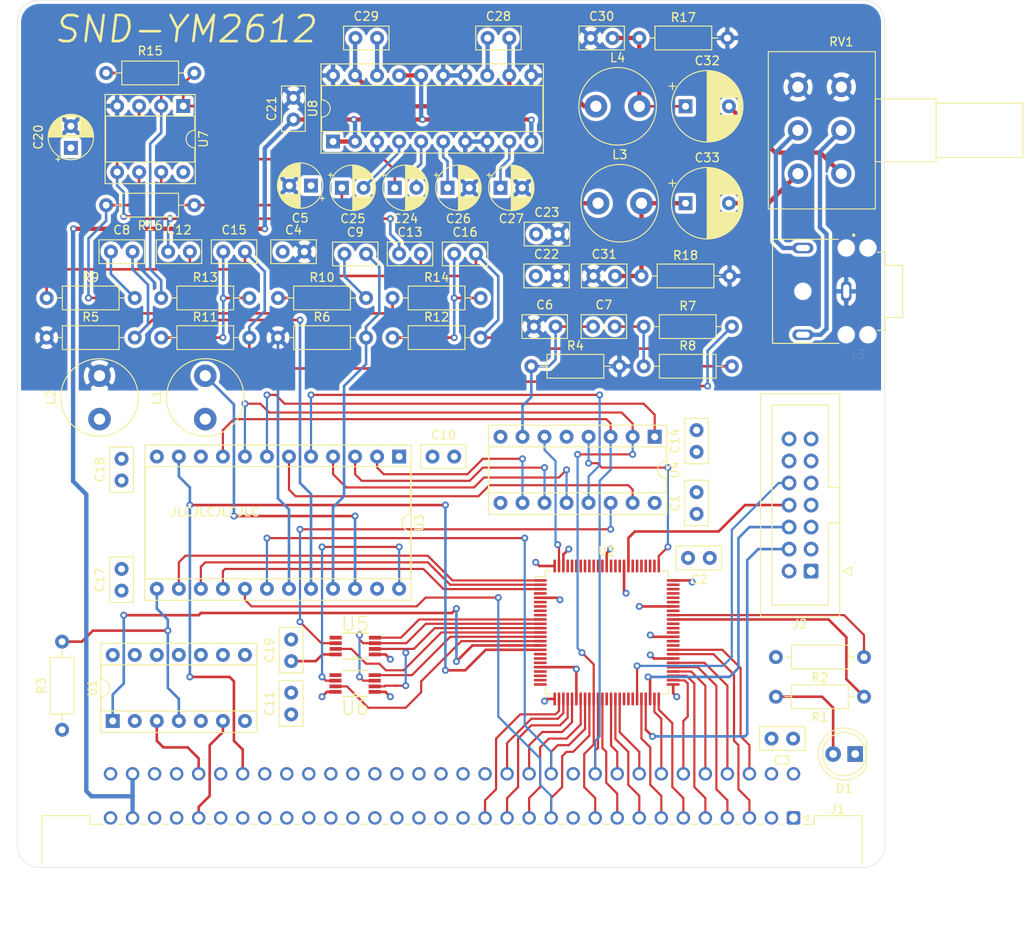
<source format=kicad_pcb>
(kicad_pcb (version 20171130) (host pcbnew "(5.1.10)-1")
  (layers (0 F.Cu signal) (1 In1.Cu power) (2 In2.Cu power) (31 B.Cu signal) (34 B.Paste user) (35 F.Paste user) (36 B.SilkS user) (37 F.SilkS user) (38 B.Mask user) (39 F.Mask user) (44 Edge.Cuts user))
  (net 0 "")
  (net 1 /Audio/MOR)
  (net 2 /Audio/MOL)
  (net 3 GND)
  (net 4 +5V)
  (net 5 GNDA)
  (net 6 +5VA)
  (net 7 /Audio/SN_OUT)
  (net 8 /Audio/2.5V)
  (net 9 /Audio/AUDIO_OUT_R)
  (net 10 /Amplifier/AUDIO_L)
  (net 11 "Net-(C26-Pad1)")
  (net 12 "Net-(C27-Pad1)")
  (net 13 "Net-(C28-Pad1)")
  (net 14 "Net-(C29-Pad1)")
  (net 15 "Net-(C30-Pad2)")
  (net 16 "Net-(C31-Pad2)")
  (net 17 "Net-(D1-Pad2)")
  (net 18 +12V)
  (net 19 +3V3)
  (net 20 "Net-(J1-PadC28)")
  (net 21 /CS_DATA)
  (net 22 /~RESET)
  (net 23 /~UDS)
  (net 24 /SYS_CLK)
  (net 25 "Net-(J1-PadC22)")
  (net 26 "Net-(J1-PadC21)")
  (net 27 "Net-(J1-PadC20)")
  (net 28 "Net-(J1-PadC19)")
  (net 29 "Net-(J1-PadC18)")
  (net 30 "Net-(J1-PadC17)")
  (net 31 "Net-(J1-PadC16)")
  (net 32 "Net-(J1-PadC15)")
  (net 33 /A6)
  (net 34 /A4)
  (net 35 /A2)
  (net 36 /D15)
  (net 37 /D13)
  (net 38 /D11)
  (net 39 /D9)
  (net 40 /D7)
  (net 41 /D5)
  (net 42 /D3)
  (net 43 /D1)
  (net 44 "Net-(J1-PadC2)")
  (net 45 "Net-(J1-PadA30)")
  (net 46 "Net-(J1-PadA29)")
  (net 47 "Net-(J1-PadA28)")
  (net 48 /CS_REG)
  (net 49 /RD~WR)
  (net 50 /~LDS)
  (net 51 "Net-(J1-PadA23)")
  (net 52 "Net-(J1-PadA22)")
  (net 53 "Net-(J1-PadA21)")
  (net 54 "Net-(J1-PadA20)")
  (net 55 "Net-(J1-PadA19)")
  (net 56 "Net-(J1-PadA18)")
  (net 57 "Net-(J1-PadA17)")
  (net 58 "Net-(J1-PadA16)")
  (net 59 /A7)
  (net 60 /A5)
  (net 61 /A3)
  (net 62 /A1)
  (net 63 /D14)
  (net 64 /D12)
  (net 65 /D10)
  (net 66 /D8)
  (net 67 /D6)
  (net 68 /D4)
  (net 69 /D2)
  (net 70 /D0)
  (net 71 "Net-(J2-Pad14)")
  (net 72 "Net-(J2-Pad13)")
  (net 73 "Net-(J2-Pad12)")
  (net 74 "Net-(J2-Pad10)")
  (net 75 "Net-(J2-Pad8)")
  (net 76 "Net-(J2-Pad6)")
  (net 77 "Net-(J2-Pad4)")
  (net 78 "Net-(J2-Pad1)")
  (net 79 "Net-(J3-Pad3)")
  (net 80 "Net-(J3-Pad2)")
  (net 81 /LED)
  (net 82 /SPI_DI)
  (net 83 /IRQ)
  (net 84 "Net-(R13-Pad1)")
  (net 85 "Net-(R14-Pad1)")
  (net 86 "Net-(U1-Pad11)")
  (net 87 "Net-(U1-Pad8)")
  (net 88 /~DTACK)
  (net 89 /~YMRD)
  (net 90 "Net-(U2-Pad96)")
  (net 91 "Net-(U2-Pad95)")
  (net 92 "Net-(U2-Pad94)")
  (net 93 "Net-(U2-Pad93)")
  (net 94 "Net-(U2-Pad92)")
  (net 95 "Net-(U2-Pad91)")
  (net 96 "Net-(U2-Pad90)")
  (net 97 /SNCLK_EN)
  (net 98 /YMCLK_EN)
  (net 99 "Net-(U2-Pad86)")
  (net 100 "Net-(U2-Pad85)")
  (net 101 "Net-(U2-Pad82)")
  (net 102 "Net-(U2-Pad81)")
  (net 103 "Net-(U2-Pad80)")
  (net 104 "Net-(U2-Pad79)")
  (net 105 "Net-(U2-Pad78)")
  (net 106 "Net-(U2-Pad77)")
  (net 107 "Net-(U2-Pad74)")
  (net 108 "Net-(U2-Pad73)")
  (net 109 "Net-(U2-Pad72)")
  (net 110 "Net-(U2-Pad71)")
  (net 111 "Net-(U2-Pad70)")
  (net 112 "Net-(U2-Pad68)")
  (net 113 "Net-(U2-Pad65)")
  (net 114 "Net-(U2-Pad64)")
  (net 115 "Net-(U2-Pad63)")
  (net 116 "Net-(U2-Pad61)")
  (net 117 "Net-(U2-Pad60)")
  (net 118 "Net-(U2-Pad43)")
  (net 119 "Net-(U2-Pad42)")
  (net 120 /SPI_DO)
  (net 121 /SPI_CLK)
  (net 122 /CS_YMCLK)
  (net 123 /CS_SNCLK)
  (net 124 "Net-(U2-Pad7)")
  (net 125 /SNRDY)
  (net 126 /~SNWE)
  (net 127 /~SNCS)
  (net 128 /~YMCS)
  (net 129 /~YMWR)
  (net 130 /Audio/YM_CLK)
  (net 131 "Net-(U3-Pad10)")
  (net 132 /Audio/PSG_CLK)
  (net 133 "Net-(U4-Pad9)")
  (net 134 "Net-(U5-Pad5)")
  (net 135 "Net-(U6-Pad5)")
  (net 136 "Net-(C8-Pad1)")
  (net 137 "Net-(C9-Pad1)")
  (net 138 "Net-(C12-Pad2)")
  (net 139 "Net-(C13-Pad2)")
  (net 140 "Net-(C15-Pad1)")
  (net 141 "Net-(C16-Pad1)")
  (net 142 "Net-(C24-Pad2)")
  (net 143 "Net-(C25-Pad2)")
  (net 144 "Net-(C28-Pad2)")
  (net 145 "Net-(C29-Pad2)")
  (net 146 "Net-(C32-Pad2)")
  (net 147 "Net-(C33-Pad2)")
  (net 148 "Net-(C7-Pad2)")
  (net 149 "Net-(U2-Pad97)")
  (net 150 "Net-(U2-Pad20)")
  (net 151 "Net-(U2-Pad9)")
  (net 152 "Net-(U2-Pad8)")
  (net 153 "Net-(U2-Pad6)")
  (net 154 "Net-(U2-Pad89)")
  (net 155 "Net-(U2-Pad87)")
  (module Connector_IDC:IDC-Header_2x07_P2.54mm_Vertical (layer F.Cu) (at 191.516 115.824 180)
    (fp_text reference J2 (at 1.27 -6.1) (layer F.SilkS))
    (fp_text value XilinxJTAG)
    (pad 14 thru_hole circle (at 2.54 15.24 180) (size 1.7 1.7) (drill 1) (layers *.Cu *.Mask) (net 71 "Net-(J2-Pad14)"))
    (pad 12 thru_hole circle (at 2.54 12.7 180) (size 1.7 1.7) (drill 1) (layers *.Cu *.Mask) (net 73 "Net-(J2-Pad12)"))
    (pad 10 thru_hole circle (at 2.54 10.16 180) (size 1.7 1.7) (drill 1) (layers *.Cu *.Mask) (net 74 "Net-(J2-Pad10)"))
    (pad 8 thru_hole circle (at 2.54 7.62 180) (size 1.7 1.7) (drill 1) (layers *.Cu *.Mask) (net 75 "Net-(J2-Pad8)"))
    (pad 6 thru_hole circle (at 2.54 5.08 180) (size 1.7 1.7) (drill 1) (layers *.Cu *.Mask) (net 76 "Net-(J2-Pad6)"))
    (pad 4 thru_hole circle (at 2.54 2.54 180) (size 1.7 1.7) (drill 1) (layers *.Cu *.Mask) (net 77 "Net-(J2-Pad4)"))
    (pad 2 thru_hole circle (at 2.54 0 180) (size 1.7 1.7) (drill 1) (layers *.Cu *.Mask) (net 19 +3V3))
    (pad 13 thru_hole circle (at 0 15.24 180) (size 1.7 1.7) (drill 1) (layers *.Cu *.Mask) (net 72 "Net-(J2-Pad13)"))
    (pad 11 thru_hole circle (at 0 12.7 180) (size 1.7 1.7) (drill 1) (layers *.Cu *.Mask) (net 3 GND))
    (pad 9 thru_hole circle (at 0 10.16 180) (size 1.7 1.7) (drill 1) (layers *.Cu *.Mask) (net 3 GND))
    (pad 7 thru_hole circle (at 0 7.62 180) (size 1.7 1.7) (drill 1) (layers *.Cu *.Mask) (net 3 GND))
    (pad 5 thru_hole circle (at 0 5.08 180) (size 1.7 1.7) (drill 1) (layers *.Cu *.Mask) (net 3 GND))
    (pad 3 thru_hole circle (at 0 2.54 180) (size 1.7 1.7) (drill 1) (layers *.Cu *.Mask) (net 3 GND))
    (pad 1 thru_hole roundrect (at 0 0 180) (size 1.7 1.7) (drill 1) (layers *.Cu *.Mask) (roundrect_rratio 0.147059) (net 78 "Net-(J2-Pad1)"))
  )
  (module Ddraig:SWITCHCRAFT_35RAPC2BHN2 (layer F.Cu) (at 194.564 83.566 180)
    (fp_text reference J3 (at -2.2758 -7.2836) (layer F.SilkS) (effects (font (thickness 0.015))))
    (fp_text value 35RAPC2BHN2)
    (pad None np_thru_hole circle (at -3.5 -5 180) (size 1.2 1.2) (drill 1.2) (layers *.Cu *.Mask))
    (pad None np_thru_hole circle (at -3.5 5 180) (size 1.2 1.2) (drill 1.2) (layers *.Cu *.Mask))
    (pad None np_thru_hole circle (at -1 5 180) (size 1.2 1.2) (drill 1.2) (layers *.Cu *.Mask))
    (pad None np_thru_hole circle (at -1 -5 180) (size 1.2 1.2) (drill 1.2) (layers *.Cu *.Mask))
    (pad None np_thru_hole circle (at 4 0 180) (size 1.2 1.2) (drill 1.2) (layers *.Cu *.Mask))
    (pad 3 thru_hole oval (at 4 -5 180) (size 2.416 1.208) (drill oval 1.6 0.7) (layers *.Cu *.Mask) (net 79 "Net-(J3-Pad3)"))
    (pad 2 thru_hole oval (at 4 5 180) (size 2.416 1.208) (drill oval 1.6 0.7) (layers *.Cu *.Mask) (net 80 "Net-(J3-Pad2)"))
    (pad 1 thru_hole oval (at -1 0 180) (size 1.208 2.416) (drill oval 0.7 1.6) (layers *.Cu *.Mask) (net 5 GNDA))
  )
  (module Ddraig:SOP65P490X110-8N (layer F.Cu) (at 138.938 128.778 180)
    (fp_text reference U6 (at 0 -2.794) (layer F.SilkS) (effects (font (size 1.643213 1.643213))))
    (fp_text value LTC690x)
    (pad 8 smd rect (at 2.2606 -0.9652 180) (size 1.397 0.4318) (layers F.Cu F.Paste F.Mask) (net 4 +5V))
    (pad 7 smd rect (at 2.2606 -0.3302 180) (size 1.397 0.4318) (layers F.Cu F.Paste F.Mask) (net 98 /YMCLK_EN))
    (pad 6 smd rect (at 2.2606 0.3302 180) (size 1.397 0.4318) (layers F.Cu F.Paste F.Mask) (net 130 /Audio/YM_CLK))
    (pad 5 smd rect (at 2.2606 0.9652 180) (size 1.397 0.4318) (layers F.Cu F.Paste F.Mask) (net 135 "Net-(U6-Pad5)"))
    (pad 4 smd rect (at -2.2606 0.9652 180) (size 1.397 0.4318) (layers F.Cu F.Paste F.Mask) (net 122 /CS_YMCLK))
    (pad 3 smd rect (at -2.2606 0.3302 180) (size 1.397 0.4318) (layers F.Cu F.Paste F.Mask) (net 121 /SPI_CLK))
    (pad 2 smd rect (at -2.2606 -0.3302 180) (size 1.397 0.4318) (layers F.Cu F.Paste F.Mask) (net 120 /SPI_DO))
    (pad 1 smd rect (at -2.2606 -0.9652 180) (size 1.397 0.4318) (layers F.Cu F.Paste F.Mask) (net 3 GND))
  )
  (module Ddraig:SOP65P490X110-8N (layer F.Cu) (at 138.9634 124.46 180)
    (fp_text reference U5 (at 0.0254 2.54) (layer F.SilkS) (effects (font (size 1.643213 1.643213))))
    (fp_text value LTC690x)
    (pad 8 smd rect (at 2.2606 -0.9652 180) (size 1.397 0.4318) (layers F.Cu F.Paste F.Mask) (net 4 +5V))
    (pad 7 smd rect (at 2.2606 -0.3302 180) (size 1.397 0.4318) (layers F.Cu F.Paste F.Mask) (net 97 /SNCLK_EN))
    (pad 6 smd rect (at 2.2606 0.3302 180) (size 1.397 0.4318) (layers F.Cu F.Paste F.Mask) (net 132 /Audio/PSG_CLK))
    (pad 5 smd rect (at 2.2606 0.9652 180) (size 1.397 0.4318) (layers F.Cu F.Paste F.Mask) (net 134 "Net-(U5-Pad5)"))
    (pad 4 smd rect (at -2.2606 0.9652 180) (size 1.397 0.4318) (layers F.Cu F.Paste F.Mask) (net 123 /CS_SNCLK))
    (pad 3 smd rect (at -2.2606 0.3302 180) (size 1.397 0.4318) (layers F.Cu F.Paste F.Mask) (net 121 /SPI_CLK))
    (pad 2 smd rect (at -2.2606 -0.3302 180) (size 1.397 0.4318) (layers F.Cu F.Paste F.Mask) (net 120 /SPI_DO))
    (pad 1 smd rect (at -2.2606 -0.9652 180) (size 1.397 0.4318) (layers F.Cu F.Paste F.Mask) (net 3 GND))
  )
  (module Package_DIP:DIP-20_W7.62mm_Socket (layer F.Cu) (at 136.398 66.294 90)
    (fp_text reference U8 (at 3.81 -2.33 90) (layer F.SilkS))
    (fp_text value TPA3122D2)
    (pad 20 thru_hole oval (at 7.62 0 90) (size 1.6 1.6) (drill 0.8) (layers *.Cu *.Mask) (net 5 GNDA))
    (pad 10 thru_hole oval (at 0 22.86 90) (size 1.6 1.6) (drill 0.8) (layers *.Cu *.Mask) (net 18 +12V))
    (pad 19 thru_hole oval (at 7.62 2.54 90) (size 1.6 1.6) (drill 0.8) (layers *.Cu *.Mask) (net 14 "Net-(C29-Pad1)"))
    (pad 9 thru_hole oval (at 0 20.32 90) (size 1.6 1.6) (drill 0.8) (layers *.Cu *.Mask) (net 12 "Net-(C27-Pad1)"))
    (pad 18 thru_hole oval (at 7.62 5.08 90) (size 1.6 1.6) (drill 0.8) (layers *.Cu *.Mask) (net 145 "Net-(C29-Pad2)"))
    (pad 8 thru_hole oval (at 0 17.78 90) (size 1.6 1.6) (drill 0.8) (layers *.Cu *.Mask) (net 5 GNDA))
    (pad 17 thru_hole oval (at 7.62 7.62 90) (size 1.6 1.6) (drill 0.8) (layers *.Cu *.Mask) (net 18 +12V))
    (pad 7 thru_hole oval (at 0 15.24 90) (size 1.6 1.6) (drill 0.8) (layers *.Cu *.Mask) (net 5 GNDA))
    (pad 16 thru_hole oval (at 7.62 10.16 90) (size 1.6 1.6) (drill 0.8) (layers *.Cu *.Mask) (net 18 +12V))
    (pad 6 thru_hole oval (at 0 12.7 90) (size 1.6 1.6) (drill 0.8) (layers *.Cu *.Mask) (net 11 "Net-(C26-Pad1)"))
    (pad 15 thru_hole oval (at 7.62 12.7 90) (size 1.6 1.6) (drill 0.8) (layers *.Cu *.Mask) (net 5 GNDA))
    (pad 5 thru_hole oval (at 0 10.16 90) (size 1.6 1.6) (drill 0.8) (layers *.Cu *.Mask) (net 142 "Net-(C24-Pad2)"))
    (pad 14 thru_hole oval (at 7.62 15.24 90) (size 1.6 1.6) (drill 0.8) (layers *.Cu *.Mask) (net 5 GNDA))
    (pad 4 thru_hole oval (at 0 7.62 90) (size 1.6 1.6) (drill 0.8) (layers *.Cu *.Mask) (net 143 "Net-(C25-Pad2)"))
    (pad 13 thru_hole oval (at 7.62 17.78 90) (size 1.6 1.6) (drill 0.8) (layers *.Cu *.Mask) (net 13 "Net-(C28-Pad1)"))
    (pad 3 thru_hole oval (at 0 5.08 90) (size 1.6 1.6) (drill 0.8) (layers *.Cu *.Mask) (net 5 GNDA))
    (pad 12 thru_hole oval (at 7.62 20.32 90) (size 1.6 1.6) (drill 0.8) (layers *.Cu *.Mask) (net 144 "Net-(C28-Pad2)"))
    (pad 2 thru_hole oval (at 0 2.54 90) (size 1.6 1.6) (drill 0.8) (layers *.Cu *.Mask) (net 18 +12V))
    (pad 11 thru_hole oval (at 7.62 22.86 90) (size 1.6 1.6) (drill 0.8) (layers *.Cu *.Mask) (net 5 GNDA))
    (pad 1 thru_hole rect (at 0 0 90) (size 1.6 1.6) (drill 0.8) (layers *.Cu *.Mask) (net 18 +12V))
  )
  (module Package_DIP:DIP-8_W7.62mm_Socket (layer F.Cu) (at 119.126 62.198 270)
    (fp_text reference U7 (at 3.81 -2.33 90) (layer F.SilkS))
    (fp_text value TL062)
    (pad 8 thru_hole oval (at 7.62 0 270) (size 1.6 1.6) (drill 0.8) (layers *.Cu *.Mask) (net 6 +5VA))
    (pad 4 thru_hole oval (at 0 7.62 270) (size 1.6 1.6) (drill 0.8) (layers *.Cu *.Mask) (net 5 GNDA))
    (pad 7 thru_hole oval (at 7.62 2.54 270) (size 1.6 1.6) (drill 0.8) (layers *.Cu *.Mask) (net 10 /Amplifier/AUDIO_L))
    (pad 3 thru_hole oval (at 0 5.08 270) (size 1.6 1.6) (drill 0.8) (layers *.Cu *.Mask) (net 8 /Audio/2.5V))
    (pad 6 thru_hole oval (at 7.62 5.08 270) (size 1.6 1.6) (drill 0.8) (layers *.Cu *.Mask) (net 85 "Net-(R14-Pad1)"))
    (pad 2 thru_hole oval (at 0 2.54 270) (size 1.6 1.6) (drill 0.8) (layers *.Cu *.Mask) (net 84 "Net-(R13-Pad1)"))
    (pad 5 thru_hole oval (at 7.62 7.62 270) (size 1.6 1.6) (drill 0.8) (layers *.Cu *.Mask) (net 8 /Audio/2.5V))
    (pad 1 thru_hole rect (at 0 0 270) (size 1.6 1.6) (drill 0.8) (layers *.Cu *.Mask) (net 9 /Audio/AUDIO_OUT_R))
  )
  (module Package_DIP:DIP-16_W7.62mm_Socket (layer F.Cu) (at 173.482 100.33 270)
    (fp_text reference U4 (at 3.81 -2.33 90) (layer F.SilkS))
    (fp_text value SN76489)
    (pad 16 thru_hole oval (at 7.62 0 270) (size 1.6 1.6) (drill 0.8) (layers *.Cu *.Mask) (net 4 +5V))
    (pad 8 thru_hole oval (at 0 17.78 270) (size 1.6 1.6) (drill 0.8) (layers *.Cu *.Mask) (net 3 GND))
    (pad 15 thru_hole oval (at 7.62 2.54 270) (size 1.6 1.6) (drill 0.8) (layers *.Cu *.Mask) (net 64 /D12))
    (pad 7 thru_hole oval (at 0 15.24 270) (size 1.6 1.6) (drill 0.8) (layers *.Cu *.Mask) (net 7 /Audio/SN_OUT))
    (pad 14 thru_hole oval (at 7.62 5.08 270) (size 1.6 1.6) (drill 0.8) (layers *.Cu *.Mask) (net 132 /Audio/PSG_CLK))
    (pad 6 thru_hole oval (at 0 12.7 270) (size 1.6 1.6) (drill 0.8) (layers *.Cu *.Mask) (net 127 /~SNCS))
    (pad 13 thru_hole oval (at 7.62 7.62 270) (size 1.6 1.6) (drill 0.8) (layers *.Cu *.Mask) (net 38 /D11))
    (pad 5 thru_hole oval (at 0 10.16 270) (size 1.6 1.6) (drill 0.8) (layers *.Cu *.Mask) (net 126 /~SNWE))
    (pad 12 thru_hole oval (at 7.62 10.16 270) (size 1.6 1.6) (drill 0.8) (layers *.Cu *.Mask) (net 65 /D10))
    (pad 4 thru_hole oval (at 0 7.62 270) (size 1.6 1.6) (drill 0.8) (layers *.Cu *.Mask) (net 125 /SNRDY))
    (pad 11 thru_hole oval (at 7.62 12.7 270) (size 1.6 1.6) (drill 0.8) (layers *.Cu *.Mask) (net 39 /D9))
    (pad 3 thru_hole oval (at 0 5.08 270) (size 1.6 1.6) (drill 0.8) (layers *.Cu *.Mask) (net 36 /D15))
    (pad 10 thru_hole oval (at 7.62 15.24 270) (size 1.6 1.6) (drill 0.8) (layers *.Cu *.Mask) (net 66 /D8))
    (pad 2 thru_hole oval (at 0 2.54 270) (size 1.6 1.6) (drill 0.8) (layers *.Cu *.Mask) (net 63 /D14))
    (pad 9 thru_hole oval (at 7.62 17.78 270) (size 1.6 1.6) (drill 0.8) (layers *.Cu *.Mask) (net 133 "Net-(U4-Pad9)"))
    (pad 1 thru_hole rect (at 0 0 270) (size 1.6 1.6) (drill 0.8) (layers *.Cu *.Mask) (net 37 /D13))
  )
  (module Package_DIP:DIP-24_W15.24mm_Socket (layer F.Cu) (at 144.018 102.616 270)
    (fp_text reference U3 (at 7.62 -2.33 90) (layer F.SilkS))
    (fp_text value YM2612)
    (pad 24 thru_hole oval (at 15.24 0 270) (size 1.6 1.6) (drill 0.8) (layers *.Cu *.Mask) (net 130 /Audio/YM_CLK))
    (pad 12 thru_hole oval (at 0 27.94 270) (size 1.6 1.6) (drill 0.8) (layers *.Cu *.Mask) (net 3 GND))
    (pad 23 thru_hole oval (at 15.24 2.54 270) (size 1.6 1.6) (drill 0.8) (layers *.Cu *.Mask) (net 4 +5V))
    (pad 11 thru_hole oval (at 0 25.4 270) (size 1.6 1.6) (drill 0.8) (layers *.Cu *.Mask) (net 22 /~RESET))
    (pad 22 thru_hole oval (at 15.24 5.08 270) (size 1.6 1.6) (drill 0.8) (layers *.Cu *.Mask) (net 6 +5VA))
    (pad 10 thru_hole oval (at 0 22.86 270) (size 1.6 1.6) (drill 0.8) (layers *.Cu *.Mask) (net 131 "Net-(U3-Pad10)"))
    (pad 21 thru_hole oval (at 15.24 7.62 270) (size 1.6 1.6) (drill 0.8) (layers *.Cu *.Mask) (net 2 /Audio/MOL))
    (pad 9 thru_hole oval (at 0 20.32 270) (size 1.6 1.6) (drill 0.8) (layers *.Cu *.Mask) (net 36 /D15))
    (pad 20 thru_hole oval (at 15.24 10.16 270) (size 1.6 1.6) (drill 0.8) (layers *.Cu *.Mask) (net 1 /Audio/MOR))
    (pad 8 thru_hole oval (at 0 17.78 270) (size 1.6 1.6) (drill 0.8) (layers *.Cu *.Mask) (net 63 /D14))
    (pad 19 thru_hole oval (at 15.24 12.7 270) (size 1.6 1.6) (drill 0.8) (layers *.Cu *.Mask) (net 5 GNDA))
    (pad 7 thru_hole oval (at 0 15.24 270) (size 1.6 1.6) (drill 0.8) (layers *.Cu *.Mask) (net 37 /D13))
    (pad 18 thru_hole oval (at 15.24 15.24 270) (size 1.6 1.6) (drill 0.8) (layers *.Cu *.Mask) (net 35 /A2))
    (pad 6 thru_hole oval (at 0 12.7 270) (size 1.6 1.6) (drill 0.8) (layers *.Cu *.Mask) (net 64 /D12))
    (pad 17 thru_hole oval (at 15.24 17.78 270) (size 1.6 1.6) (drill 0.8) (layers *.Cu *.Mask) (net 62 /A1))
    (pad 5 thru_hole oval (at 0 10.16 270) (size 1.6 1.6) (drill 0.8) (layers *.Cu *.Mask) (net 38 /D11))
    (pad 16 thru_hole oval (at 15.24 20.32 270) (size 1.6 1.6) (drill 0.8) (layers *.Cu *.Mask) (net 89 /~YMRD))
    (pad 4 thru_hole oval (at 0 7.62 270) (size 1.6 1.6) (drill 0.8) (layers *.Cu *.Mask) (net 65 /D10))
    (pad 15 thru_hole oval (at 15.24 22.86 270) (size 1.6 1.6) (drill 0.8) (layers *.Cu *.Mask) (net 129 /~YMWR))
    (pad 3 thru_hole oval (at 0 5.08 270) (size 1.6 1.6) (drill 0.8) (layers *.Cu *.Mask) (net 39 /D9))
    (pad 14 thru_hole oval (at 15.24 25.4 270) (size 1.6 1.6) (drill 0.8) (layers *.Cu *.Mask) (net 128 /~YMCS))
    (pad 2 thru_hole oval (at 0 2.54 270) (size 1.6 1.6) (drill 0.8) (layers *.Cu *.Mask) (net 66 /D8))
    (pad 13 thru_hole oval (at 15.24 27.94 270) (size 1.6 1.6) (drill 0.8) (layers *.Cu *.Mask) (net 83 /IRQ))
    (pad 1 thru_hole rect (at 0 0 270) (size 1.6 1.6) (drill 0.8) (layers *.Cu *.Mask) (net 3 GND))
  )
  (module Package_QFP:TQFP-100_14x14mm_P0.5mm (layer F.Cu) (at 167.95 122.8935)
    (fp_text reference U2 (at 0 -9.35) (layer F.SilkS))
    (fp_text value XC95144XL-TQ100)
    (pad 100 smd roundrect (at -6 -7.6625) (size 0.3 1.475) (layers F.Cu F.Paste F.Mask) (net 3 GND))
    (pad 99 smd roundrect (at -5.5 -7.6625) (size 0.3 1.475) (layers F.Cu F.Paste F.Mask) (net 127 /~SNCS))
    (pad 98 smd roundrect (at -5 -7.6625) (size 0.3 1.475) (layers F.Cu F.Paste F.Mask) (net 19 +3V3))
    (pad 97 smd roundrect (at -4.5 -7.6625) (size 0.3 1.475) (layers F.Cu F.Paste F.Mask) (net 149 "Net-(U2-Pad97)"))
    (pad 96 smd roundrect (at -4 -7.6625) (size 0.3 1.475) (layers F.Cu F.Paste F.Mask) (net 90 "Net-(U2-Pad96)"))
    (pad 95 smd roundrect (at -3.5 -7.6625) (size 0.3 1.475) (layers F.Cu F.Paste F.Mask) (net 91 "Net-(U2-Pad95)"))
    (pad 94 smd roundrect (at -3 -7.6625) (size 0.3 1.475) (layers F.Cu F.Paste F.Mask) (net 92 "Net-(U2-Pad94)"))
    (pad 93 smd roundrect (at -2.5 -7.6625) (size 0.3 1.475) (layers F.Cu F.Paste F.Mask) (net 93 "Net-(U2-Pad93)"))
    (pad 92 smd roundrect (at -2 -7.6625) (size 0.3 1.475) (layers F.Cu F.Paste F.Mask) (net 94 "Net-(U2-Pad92)"))
    (pad 91 smd roundrect (at -1.5 -7.6625) (size 0.3 1.475) (layers F.Cu F.Paste F.Mask) (net 95 "Net-(U2-Pad91)"))
    (pad 90 smd roundrect (at -1 -7.6625) (size 0.3 1.475) (layers F.Cu F.Paste F.Mask) (net 96 "Net-(U2-Pad90)"))
    (pad 89 smd roundrect (at -0.5 -7.6625) (size 0.3 1.475) (layers F.Cu F.Paste F.Mask) (net 154 "Net-(U2-Pad89)"))
    (pad 88 smd roundrect (at 0 -7.6625) (size 0.3 1.475) (layers F.Cu F.Paste F.Mask) (net 19 +3V3))
    (pad 87 smd roundrect (at 0.5 -7.6625) (size 0.3 1.475) (layers F.Cu F.Paste F.Mask) (net 155 "Net-(U2-Pad87)"))
    (pad 86 smd roundrect (at 1 -7.6625) (size 0.3 1.475) (layers F.Cu F.Paste F.Mask) (net 99 "Net-(U2-Pad86)"))
    (pad 85 smd roundrect (at 1.5 -7.6625) (size 0.3 1.475) (layers F.Cu F.Paste F.Mask) (net 100 "Net-(U2-Pad85)"))
    (pad 84 smd roundrect (at 2 -7.6625) (size 0.3 1.475) (layers F.Cu F.Paste F.Mask) (net 3 GND))
    (pad 83 smd roundrect (at 2.5 -7.6625) (size 0.3 1.475) (layers F.Cu F.Paste F.Mask) (net 75 "Net-(J2-Pad8)"))
    (pad 82 smd roundrect (at 3 -7.6625) (size 0.3 1.475) (layers F.Cu F.Paste F.Mask) (net 101 "Net-(U2-Pad82)"))
    (pad 81 smd roundrect (at 3.5 -7.6625) (size 0.3 1.475) (layers F.Cu F.Paste F.Mask) (net 102 "Net-(U2-Pad81)"))
    (pad 80 smd roundrect (at 4 -7.6625) (size 0.3 1.475) (layers F.Cu F.Paste F.Mask) (net 103 "Net-(U2-Pad80)"))
    (pad 79 smd roundrect (at 4.5 -7.6625) (size 0.3 1.475) (layers F.Cu F.Paste F.Mask) (net 104 "Net-(U2-Pad79)"))
    (pad 78 smd roundrect (at 5 -7.6625) (size 0.3 1.475) (layers F.Cu F.Paste F.Mask) (net 105 "Net-(U2-Pad78)"))
    (pad 77 smd roundrect (at 5.5 -7.6625) (size 0.3 1.475) (layers F.Cu F.Paste F.Mask) (net 106 "Net-(U2-Pad77)"))
    (pad 76 smd roundrect (at 6 -7.6625) (size 0.3 1.475) (layers F.Cu F.Paste F.Mask) (net 125 /SNRDY))
    (pad 75 smd roundrect (at 7.6625 -6) (size 1.475 0.3) (layers F.Cu F.Paste F.Mask) (net 3 GND))
    (pad 74 smd roundrect (at 7.6625 -5.5) (size 1.475 0.3) (layers F.Cu F.Paste F.Mask) (net 107 "Net-(U2-Pad74)"))
    (pad 73 smd roundrect (at 7.6625 -5) (size 1.475 0.3) (layers F.Cu F.Paste F.Mask) (net 108 "Net-(U2-Pad73)"))
    (pad 72 smd roundrect (at 7.6625 -4.5) (size 1.475 0.3) (layers F.Cu F.Paste F.Mask) (net 109 "Net-(U2-Pad72)"))
    (pad 71 smd roundrect (at 7.6625 -4) (size 1.475 0.3) (layers F.Cu F.Paste F.Mask) (net 110 "Net-(U2-Pad71)"))
    (pad 70 smd roundrect (at 7.6625 -3.5) (size 1.475 0.3) (layers F.Cu F.Paste F.Mask) (net 111 "Net-(U2-Pad70)"))
    (pad 69 smd roundrect (at 7.6625 -3) (size 1.475 0.3) (layers F.Cu F.Paste F.Mask) (net 3 GND))
    (pad 68 smd roundrect (at 7.6625 -2.5) (size 1.475 0.3) (layers F.Cu F.Paste F.Mask) (net 112 "Net-(U2-Pad68)"))
    (pad 67 smd roundrect (at 7.6625 -2) (size 1.475 0.3) (layers F.Cu F.Paste F.Mask) (net 82 /SPI_DI))
    (pad 66 smd roundrect (at 7.6625 -1.5) (size 1.475 0.3) (layers F.Cu F.Paste F.Mask) (net 81 /LED))
    (pad 65 smd roundrect (at 7.6625 -1) (size 1.475 0.3) (layers F.Cu F.Paste F.Mask) (net 113 "Net-(U2-Pad65)"))
    (pad 64 smd roundrect (at 7.6625 -0.5) (size 1.475 0.3) (layers F.Cu F.Paste F.Mask) (net 114 "Net-(U2-Pad64)"))
    (pad 63 smd roundrect (at 7.6625 0) (size 1.475 0.3) (layers F.Cu F.Paste F.Mask) (net 115 "Net-(U2-Pad63)"))
    (pad 62 smd roundrect (at 7.6625 0.5) (size 1.475 0.3) (layers F.Cu F.Paste F.Mask) (net 3 GND))
    (pad 61 smd roundrect (at 7.6625 1) (size 1.475 0.3) (layers F.Cu F.Paste F.Mask) (net 116 "Net-(U2-Pad61)"))
    (pad 60 smd roundrect (at 7.6625 1.5) (size 1.475 0.3) (layers F.Cu F.Paste F.Mask) (net 117 "Net-(U2-Pad60)"))
    (pad 59 smd roundrect (at 7.6625 2) (size 1.475 0.3) (layers F.Cu F.Paste F.Mask) (net 43 /D1))
    (pad 58 smd roundrect (at 7.6625 2.5) (size 1.475 0.3) (layers F.Cu F.Paste F.Mask) (net 70 /D0))
    (pad 57 smd roundrect (at 7.6625 3) (size 1.475 0.3) (layers F.Cu F.Paste F.Mask) (net 19 +3V3))
    (pad 56 smd roundrect (at 7.6625 3.5) (size 1.475 0.3) (layers F.Cu F.Paste F.Mask) (net 42 /D3))
    (pad 55 smd roundrect (at 7.6625 4) (size 1.475 0.3) (layers F.Cu F.Paste F.Mask) (net 69 /D2))
    (pad 54 smd roundrect (at 7.6625 4.5) (size 1.475 0.3) (layers F.Cu F.Paste F.Mask) (net 41 /D5))
    (pad 53 smd roundrect (at 7.6625 5) (size 1.475 0.3) (layers F.Cu F.Paste F.Mask) (net 68 /D4))
    (pad 52 smd roundrect (at 7.6625 5.5) (size 1.475 0.3) (layers F.Cu F.Paste F.Mask) (net 40 /D7))
    (pad 51 smd roundrect (at 7.6625 6) (size 1.475 0.3) (layers F.Cu F.Paste F.Mask) (net 19 +3V3))
    (pad 50 smd roundrect (at 6 7.6625) (size 0.3 1.475) (layers F.Cu F.Paste F.Mask) (net 67 /D6))
    (pad 49 smd roundrect (at 5.5 7.6625) (size 0.3 1.475) (layers F.Cu F.Paste F.Mask) (net 39 /D9))
    (pad 48 smd roundrect (at 5 7.6625) (size 0.3 1.475) (layers F.Cu F.Paste F.Mask) (net 76 "Net-(J2-Pad6)"))
    (pad 47 smd roundrect (at 4.5 7.6625) (size 0.3 1.475) (layers F.Cu F.Paste F.Mask) (net 77 "Net-(J2-Pad4)"))
    (pad 46 smd roundrect (at 4 7.6625) (size 0.3 1.475) (layers F.Cu F.Paste F.Mask) (net 66 /D8))
    (pad 45 smd roundrect (at 3.5 7.6625) (size 0.3 1.475) (layers F.Cu F.Paste F.Mask) (net 74 "Net-(J2-Pad10)"))
    (pad 44 smd roundrect (at 3 7.6625) (size 0.3 1.475) (layers F.Cu F.Paste F.Mask) (net 3 GND))
    (pad 43 smd roundrect (at 2.5 7.6625) (size 0.3 1.475) (layers F.Cu F.Paste F.Mask) (net 118 "Net-(U2-Pad43)"))
    (pad 42 smd roundrect (at 2 7.6625) (size 0.3 1.475) (layers F.Cu F.Paste F.Mask) (net 119 "Net-(U2-Pad42)"))
    (pad 41 smd roundrect (at 1.5 7.6625) (size 0.3 1.475) (layers F.Cu F.Paste F.Mask) (net 38 /D11))
    (pad 40 smd roundrect (at 1 7.6625) (size 0.3 1.475) (layers F.Cu F.Paste F.Mask) (net 65 /D10))
    (pad 39 smd roundrect (at 0.5 7.6625) (size 0.3 1.475) (layers F.Cu F.Paste F.Mask) (net 37 /D13))
    (pad 38 smd roundrect (at 0 7.6625) (size 0.3 1.475) (layers F.Cu F.Paste F.Mask) (net 19 +3V3))
    (pad 37 smd roundrect (at -0.5 7.6625) (size 0.3 1.475) (layers F.Cu F.Paste F.Mask) (net 64 /D12))
    (pad 36 smd roundrect (at -1 7.6625) (size 0.3 1.475) (layers F.Cu F.Paste F.Mask) (net 36 /D15))
    (pad 35 smd roundrect (at -1.5 7.6625) (size 0.3 1.475) (layers F.Cu F.Paste F.Mask) (net 63 /D14))
    (pad 34 smd roundrect (at -2 7.6625) (size 0.3 1.475) (layers F.Cu F.Paste F.Mask) (net 62 /A1))
    (pad 33 smd roundrect (at -2.5 7.6625) (size 0.3 1.475) (layers F.Cu F.Paste F.Mask) (net 35 /A2))
    (pad 32 smd roundrect (at -3 7.6625) (size 0.3 1.475) (layers F.Cu F.Paste F.Mask) (net 61 /A3))
    (pad 31 smd roundrect (at -3.5 7.6625) (size 0.3 1.475) (layers F.Cu F.Paste F.Mask) (net 3 GND))
    (pad 30 smd roundrect (at -4 7.6625) (size 0.3 1.475) (layers F.Cu F.Paste F.Mask) (net 34 /A4))
    (pad 29 smd roundrect (at -4.5 7.6625) (size 0.3 1.475) (layers F.Cu F.Paste F.Mask) (net 60 /A5))
    (pad 28 smd roundrect (at -5 7.6625) (size 0.3 1.475) (layers F.Cu F.Paste F.Mask) (net 33 /A6))
    (pad 27 smd roundrect (at -5.5 7.6625) (size 0.3 1.475) (layers F.Cu F.Paste F.Mask) (net 59 /A7))
    (pad 26 smd roundrect (at -6 7.6625) (size 0.3 1.475) (layers F.Cu F.Paste F.Mask) (net 19 +3V3))
    (pad 25 smd roundrect (at -7.6625 6) (size 1.475 0.3) (layers F.Cu F.Paste F.Mask) (net 49 /RD~WR))
    (pad 24 smd roundrect (at -7.6625 5.5) (size 1.475 0.3) (layers F.Cu F.Paste F.Mask) (net 23 /~UDS))
    (pad 23 smd roundrect (at -7.6625 5) (size 1.475 0.3) (layers F.Cu F.Paste F.Mask) (net 50 /~LDS))
    (pad 22 smd roundrect (at -7.6625 4.5) (size 1.475 0.3) (layers F.Cu F.Paste F.Mask) (net 24 /SYS_CLK))
    (pad 21 smd roundrect (at -7.6625 4) (size 1.475 0.3) (layers F.Cu F.Paste F.Mask) (net 3 GND))
    (pad 20 smd roundrect (at -7.6625 3.5) (size 1.475 0.3) (layers F.Cu F.Paste F.Mask) (net 150 "Net-(U2-Pad20)"))
    (pad 19 smd roundrect (at -7.6625 3) (size 1.475 0.3) (layers F.Cu F.Paste F.Mask) (net 48 /CS_REG))
    (pad 18 smd roundrect (at -7.6625 2.5) (size 1.475 0.3) (layers F.Cu F.Paste F.Mask) (net 21 /CS_DATA))
    (pad 17 smd roundrect (at -7.6625 2) (size 1.475 0.3) (layers F.Cu F.Paste F.Mask) (net 22 /~RESET))
    (pad 16 smd roundrect (at -7.6625 1.5) (size 1.475 0.3) (layers F.Cu F.Paste F.Mask) (net 88 /~DTACK))
    (pad 15 smd roundrect (at -7.6625 1) (size 1.475 0.3) (layers F.Cu F.Paste F.Mask) (net 98 /YMCLK_EN))
    (pad 14 smd roundrect (at -7.6625 0.5) (size 1.475 0.3) (layers F.Cu F.Paste F.Mask) (net 122 /CS_YMCLK))
    (pad 13 smd roundrect (at -7.6625 0) (size 1.475 0.3) (layers F.Cu F.Paste F.Mask) (net 97 /SNCLK_EN))
    (pad 12 smd roundrect (at -7.6625 -0.5) (size 1.475 0.3) (layers F.Cu F.Paste F.Mask) (net 120 /SPI_DO))
    (pad 11 smd roundrect (at -7.6625 -1) (size 1.475 0.3) (layers F.Cu F.Paste F.Mask) (net 121 /SPI_CLK))
    (pad 10 smd roundrect (at -7.6625 -1.5) (size 1.475 0.3) (layers F.Cu F.Paste F.Mask) (net 123 /CS_SNCLK))
    (pad 9 smd roundrect (at -7.6625 -2) (size 1.475 0.3) (layers F.Cu F.Paste F.Mask) (net 151 "Net-(U2-Pad9)"))
    (pad 8 smd roundrect (at -7.6625 -2.5) (size 1.475 0.3) (layers F.Cu F.Paste F.Mask) (net 152 "Net-(U2-Pad8)"))
    (pad 7 smd roundrect (at -7.6625 -3) (size 1.475 0.3) (layers F.Cu F.Paste F.Mask) (net 124 "Net-(U2-Pad7)"))
    (pad 6 smd roundrect (at -7.6625 -3.5) (size 1.475 0.3) (layers F.Cu F.Paste F.Mask) (net 153 "Net-(U2-Pad6)"))
    (pad 5 smd roundrect (at -7.6625 -4) (size 1.475 0.3) (layers F.Cu F.Paste F.Mask) (net 19 +3V3))
    (pad 4 smd roundrect (at -7.6625 -4.5) (size 1.475 0.3) (layers F.Cu F.Paste F.Mask) (net 126 /~SNWE))
    (pad 3 smd roundrect (at -7.6625 -5) (size 1.475 0.3) (layers F.Cu F.Paste F.Mask) (net 89 /~YMRD))
    (pad 2 smd roundrect (at -7.6625 -5.5) (size 1.475 0.3) (layers F.Cu F.Paste F.Mask) (net 129 /~YMWR))
    (pad 1 smd roundrect (at -7.6625 -6) (size 1.475 0.3) (layers F.Cu F.Paste F.Mask) (net 128 /~YMCS))
  )
  (module Package_DIP:DIP-14_W7.62mm_Socket (layer F.Cu) (at 110.998 133.096 90)
    (fp_text reference U1 (at 3.81 -2.33 90) (layer F.SilkS))
    (fp_text value 74LS125)
    (pad 14 thru_hole oval (at 7.62 0 90) (size 1.6 1.6) (drill 0.8) (layers *.Cu *.Mask) (net 4 +5V))
    (pad 7 thru_hole oval (at 0 15.24 90) (size 1.6 1.6) (drill 0.8) (layers *.Cu *.Mask) (net 3 GND))
    (pad 13 thru_hole oval (at 7.62 2.54 90) (size 1.6 1.6) (drill 0.8) (layers *.Cu *.Mask) (net 4 +5V))
    (pad 6 thru_hole oval (at 0 12.7 90) (size 1.6 1.6) (drill 0.8) (layers *.Cu *.Mask) (net 47 "Net-(J1-PadA28)"))
    (pad 12 thru_hole oval (at 7.62 5.08 90) (size 1.6 1.6) (drill 0.8) (layers *.Cu *.Mask) (net 4 +5V))
    (pad 5 thru_hole oval (at 0 10.16 90) (size 1.6 1.6) (drill 0.8) (layers *.Cu *.Mask) (net 3 GND))
    (pad 11 thru_hole oval (at 7.62 7.62 90) (size 1.6 1.6) (drill 0.8) (layers *.Cu *.Mask) (net 86 "Net-(U1-Pad11)"))
    (pad 4 thru_hole oval (at 0 7.62 90) (size 1.6 1.6) (drill 0.8) (layers *.Cu *.Mask) (net 83 /IRQ))
    (pad 10 thru_hole oval (at 7.62 10.16 90) (size 1.6 1.6) (drill 0.8) (layers *.Cu *.Mask) (net 4 +5V))
    (pad 3 thru_hole oval (at 0 5.08 90) (size 1.6 1.6) (drill 0.8) (layers *.Cu *.Mask) (net 20 "Net-(J1-PadC28)"))
    (pad 9 thru_hole oval (at 7.62 12.7 90) (size 1.6 1.6) (drill 0.8) (layers *.Cu *.Mask) (net 4 +5V))
    (pad 2 thru_hole oval (at 0 2.54 90) (size 1.6 1.6) (drill 0.8) (layers *.Cu *.Mask) (net 3 GND))
    (pad 8 thru_hole oval (at 7.62 15.24 90) (size 1.6 1.6) (drill 0.8) (layers *.Cu *.Mask) (net 87 "Net-(U1-Pad8)"))
    (pad 1 thru_hole rect (at 0 0 90) (size 1.6 1.6) (drill 0.8) (layers *.Cu *.Mask) (net 88 /~DTACK))
  )
  (module Potentiometer_THT:Potentiometer_Alps_RK163_Dual_Horizontal (layer F.Cu) (at 195 70)
    (fp_text reference RV1 (at 0 -15.2) (layer F.SilkS))
    (fp_text value 10K)
    (pad 4 thru_hole circle (at -5 0) (size 2.34 2.34) (drill 1.3) (layers *.Cu *.Mask) (net 147 "Net-(C33-Pad2)"))
    (pad 5 thru_hole circle (at -5 -5) (size 2.34 2.34) (drill 1.3) (layers *.Cu *.Mask) (net 80 "Net-(J3-Pad2)"))
    (pad 6 thru_hole circle (at -5 -10) (size 2.34 2.34) (drill 1.3) (layers *.Cu *.Mask) (net 5 GNDA))
    (pad 1 thru_hole circle (at 0 0) (size 2.34 2.34) (drill 1.3) (layers *.Cu *.Mask) (net 146 "Net-(C32-Pad2)"))
    (pad 2 thru_hole circle (at 0 -5) (size 2.34 2.34) (drill 1.3) (layers *.Cu *.Mask) (net 79 "Net-(J3-Pad3)"))
    (pad 3 thru_hole circle (at 0 -10) (size 2.34 2.34) (drill 1.3) (layers *.Cu *.Mask) (net 5 GNDA))
  )
  (module Resistor_THT:R_Axial_DIN0207_L6.3mm_D2.5mm_P10.16mm_Horizontal (layer F.Cu) (at 171.958 81.788)
    (fp_text reference R18 (at 5.08 -2.37) (layer F.SilkS))
    (fp_text value 4K7)
    (pad 2 thru_hole oval (at 10.16 0) (size 1.6 1.6) (drill 0.8) (layers *.Cu *.Mask) (net 5 GNDA))
    (pad 1 thru_hole circle (at 0 0) (size 1.6 1.6) (drill 0.8) (layers *.Cu *.Mask) (net 16 "Net-(C31-Pad2)"))
  )
  (module Resistor_THT:R_Axial_DIN0207_L6.3mm_D2.5mm_P10.16mm_Horizontal (layer F.Cu) (at 171.704 54.356)
    (fp_text reference R17 (at 5.08 -2.37) (layer F.SilkS))
    (fp_text value 4K7)
    (pad 2 thru_hole oval (at 10.16 0) (size 1.6 1.6) (drill 0.8) (layers *.Cu *.Mask) (net 5 GNDA))
    (pad 1 thru_hole circle (at 0 0) (size 1.6 1.6) (drill 0.8) (layers *.Cu *.Mask) (net 15 "Net-(C30-Pad2)"))
  )
  (module Resistor_THT:R_Axial_DIN0207_L6.3mm_D2.5mm_P10.16mm_Horizontal (layer F.Cu) (at 120.396 73.628 180)
    (fp_text reference R16 (at 5.08 -2.37) (layer F.SilkS))
    (fp_text value 33K)
    (pad 2 thru_hole oval (at 10.16 0 180) (size 1.6 1.6) (drill 0.8) (layers *.Cu *.Mask) (net 85 "Net-(R14-Pad1)"))
    (pad 1 thru_hole circle (at 0 0 180) (size 1.6 1.6) (drill 0.8) (layers *.Cu *.Mask) (net 10 /Amplifier/AUDIO_L))
  )
  (module Resistor_THT:R_Axial_DIN0207_L6.3mm_D2.5mm_P10.16mm_Horizontal (layer F.Cu) (at 120.396 58.388 180)
    (fp_text reference R15 (at 5.08 2.54) (layer F.SilkS))
    (fp_text value 33K)
    (pad 2 thru_hole oval (at 10.16 0 180) (size 1.6 1.6) (drill 0.8) (layers *.Cu *.Mask) (net 84 "Net-(R13-Pad1)"))
    (pad 1 thru_hole circle (at 0 0 180) (size 1.6 1.6) (drill 0.8) (layers *.Cu *.Mask) (net 9 /Audio/AUDIO_OUT_R))
  )
  (module Resistor_THT:R_Axial_DIN0207_L6.3mm_D2.5mm_P10.16mm_Horizontal (layer F.Cu) (at 143.256 84.328)
    (fp_text reference R14 (at 5.08 -2.37) (layer F.SilkS))
    (fp_text value 10K)
    (pad 2 thru_hole oval (at 10.16 0) (size 1.6 1.6) (drill 0.8) (layers *.Cu *.Mask) (net 141 "Net-(C16-Pad1)"))
    (pad 1 thru_hole circle (at 0 0) (size 1.6 1.6) (drill 0.8) (layers *.Cu *.Mask) (net 85 "Net-(R14-Pad1)"))
  )
  (module Resistor_THT:R_Axial_DIN0207_L6.3mm_D2.5mm_P10.16mm_Horizontal (layer F.Cu) (at 116.586 84.328)
    (fp_text reference R13 (at 5.08 -2.37) (layer F.SilkS))
    (fp_text value 10K)
    (pad 2 thru_hole oval (at 10.16 0) (size 1.6 1.6) (drill 0.8) (layers *.Cu *.Mask) (net 140 "Net-(C15-Pad1)"))
    (pad 1 thru_hole circle (at 0 0) (size 1.6 1.6) (drill 0.8) (layers *.Cu *.Mask) (net 84 "Net-(R13-Pad1)"))
  )
  (module Resistor_THT:R_Axial_DIN0207_L6.3mm_D2.5mm_P10.16mm_Horizontal (layer F.Cu) (at 143.256 88.9)
    (fp_text reference R12 (at 5.08 -2.37) (layer F.SilkS))
    (fp_text value 10K)
    (pad 2 thru_hole oval (at 10.16 0) (size 1.6 1.6) (drill 0.8) (layers *.Cu *.Mask) (net 139 "Net-(C13-Pad2)"))
    (pad 1 thru_hole circle (at 0 0) (size 1.6 1.6) (drill 0.8) (layers *.Cu *.Mask) (net 141 "Net-(C16-Pad1)"))
  )
  (module Resistor_THT:R_Axial_DIN0207_L6.3mm_D2.5mm_P10.16mm_Horizontal (layer F.Cu) (at 116.586 88.9)
    (fp_text reference R11 (at 5.08 -2.37) (layer F.SilkS))
    (fp_text value 10K)
    (pad 2 thru_hole oval (at 10.16 0) (size 1.6 1.6) (drill 0.8) (layers *.Cu *.Mask) (net 138 "Net-(C12-Pad2)"))
    (pad 1 thru_hole circle (at 0 0) (size 1.6 1.6) (drill 0.8) (layers *.Cu *.Mask) (net 140 "Net-(C15-Pad1)"))
  )
  (module Resistor_THT:R_Axial_DIN0207_L6.3mm_D2.5mm_P10.16mm_Horizontal (layer F.Cu) (at 130.048 84.328)
    (fp_text reference R10 (at 5.08 -2.37) (layer F.SilkS))
    (fp_text value 2K2)
    (pad 2 thru_hole oval (at 10.16 0) (size 1.6 1.6) (drill 0.8) (layers *.Cu *.Mask) (net 137 "Net-(C9-Pad1)"))
    (pad 1 thru_hole circle (at 0 0) (size 1.6 1.6) (drill 0.8) (layers *.Cu *.Mask) (net 139 "Net-(C13-Pad2)"))
  )
  (module Resistor_THT:R_Axial_DIN0207_L6.3mm_D2.5mm_P10.16mm_Horizontal (layer F.Cu) (at 103.378 84.328)
    (fp_text reference R9 (at 5.08 -2.37) (layer F.SilkS))
    (fp_text value 2K2)
    (pad 2 thru_hole oval (at 10.16 0) (size 1.6 1.6) (drill 0.8) (layers *.Cu *.Mask) (net 136 "Net-(C8-Pad1)"))
    (pad 1 thru_hole circle (at 0 0) (size 1.6 1.6) (drill 0.8) (layers *.Cu *.Mask) (net 138 "Net-(C12-Pad2)"))
  )
  (module Resistor_THT:R_Axial_DIN0207_L6.3mm_D2.5mm_P10.16mm_Horizontal (layer F.Cu) (at 172.212 92.202)
    (fp_text reference R8 (at 5.08 -2.37) (layer F.SilkS))
    (fp_text value 51K)
    (pad 2 thru_hole oval (at 10.16 0) (size 1.6 1.6) (drill 0.8) (layers *.Cu *.Mask) (net 139 "Net-(C13-Pad2)"))
    (pad 1 thru_hole circle (at 0 0) (size 1.6 1.6) (drill 0.8) (layers *.Cu *.Mask) (net 148 "Net-(C7-Pad2)"))
  )
  (module Resistor_THT:R_Axial_DIN0207_L6.3mm_D2.5mm_P10.16mm_Horizontal (layer F.Cu) (at 172.212 87.63)
    (fp_text reference R7 (at 5.08 -2.37) (layer F.SilkS))
    (fp_text value 51K)
    (pad 2 thru_hole oval (at 10.16 0) (size 1.6 1.6) (drill 0.8) (layers *.Cu *.Mask) (net 138 "Net-(C12-Pad2)"))
    (pad 1 thru_hole circle (at 0 0) (size 1.6 1.6) (drill 0.8) (layers *.Cu *.Mask) (net 148 "Net-(C7-Pad2)"))
  )
  (module Resistor_THT:R_Axial_DIN0207_L6.3mm_D2.5mm_P10.16mm_Horizontal (layer F.Cu) (at 130.048 88.9)
    (fp_text reference R6 (at 5.08 -2.37) (layer F.SilkS))
    (fp_text value 2K2)
    (pad 2 thru_hole oval (at 10.16 0) (size 1.6 1.6) (drill 0.8) (layers *.Cu *.Mask) (net 2 /Audio/MOL))
    (pad 1 thru_hole circle (at 0 0) (size 1.6 1.6) (drill 0.8) (layers *.Cu *.Mask) (net 5 GNDA))
  )
  (module Resistor_THT:R_Axial_DIN0207_L6.3mm_D2.5mm_P10.16mm_Horizontal (layer F.Cu) (at 103.378 88.9)
    (fp_text reference R5 (at 5.08 -2.37) (layer F.SilkS))
    (fp_text value 2K2)
    (pad 2 thru_hole oval (at 10.16 0) (size 1.6 1.6) (drill 0.8) (layers *.Cu *.Mask) (net 1 /Audio/MOR))
    (pad 1 thru_hole circle (at 0 0) (size 1.6 1.6) (drill 0.8) (layers *.Cu *.Mask) (net 5 GNDA))
  )
  (module Resistor_THT:R_Axial_DIN0207_L6.3mm_D2.5mm_P10.16mm_Horizontal (layer F.Cu) (at 159.258 92.202)
    (fp_text reference R4 (at 5.08 -2.37) (layer F.SilkS))
    (fp_text value 2K2)
    (pad 2 thru_hole oval (at 10.16 0) (size 1.6 1.6) (drill 0.8) (layers *.Cu *.Mask) (net 5 GNDA))
    (pad 1 thru_hole circle (at 0 0) (size 1.6 1.6) (drill 0.8) (layers *.Cu *.Mask) (net 7 /Audio/SN_OUT))
  )
  (module Resistor_THT:R_Axial_DIN0207_L6.3mm_D2.5mm_P10.16mm_Horizontal (layer F.Cu) (at 105.156 134.112 90)
    (fp_text reference R3 (at 5.08 -2.37 90) (layer F.SilkS))
    (fp_text value 4K7)
    (pad 2 thru_hole oval (at 10.16 0 90) (size 1.6 1.6) (drill 0.8) (layers *.Cu *.Mask) (net 83 /IRQ))
    (pad 1 thru_hole circle (at 0 0 90) (size 1.6 1.6) (drill 0.8) (layers *.Cu *.Mask) (net 4 +5V))
  )
  (module Resistor_THT:R_Axial_DIN0207_L6.3mm_D2.5mm_P10.16mm_Horizontal (layer F.Cu) (at 197.612 125.73 180)
    (fp_text reference R2 (at 5.08 -2.37) (layer F.SilkS))
    (fp_text value 10K)
    (pad 2 thru_hole oval (at 10.16 0 180) (size 1.6 1.6) (drill 0.8) (layers *.Cu *.Mask) (net 3 GND))
    (pad 1 thru_hole circle (at 0 0 180) (size 1.6 1.6) (drill 0.8) (layers *.Cu *.Mask) (net 82 /SPI_DI))
  )
  (module Resistor_THT:R_Axial_DIN0207_L6.3mm_D2.5mm_P10.16mm_Horizontal (layer F.Cu) (at 197.612 130.302 180)
    (fp_text reference R1 (at 5.08 -2.37) (layer F.SilkS))
    (fp_text value 330R)
    (pad 2 thru_hole oval (at 10.16 0 180) (size 1.6 1.6) (drill 0.8) (layers *.Cu *.Mask) (net 17 "Net-(D1-Pad2)"))
    (pad 1 thru_hole circle (at 0 0 180) (size 1.6 1.6) (drill 0.8) (layers *.Cu *.Mask) (net 81 /LED))
  )
  (module Inductor_THT:L_Radial_D8.7mm_P5.00mm_Fastron_07HCP (layer F.Cu) (at 166.704 62.23)
    (fp_text reference L4 (at 2.5 -5.6) (layer F.SilkS))
    (fp_text value 22uH)
    (pad 2 thru_hole circle (at 5 0) (size 2.6 2.6) (drill 1.3) (layers *.Cu *.Mask) (net 15 "Net-(C30-Pad2)"))
    (pad 1 thru_hole circle (at 0 0) (size 2.6 2.6) (drill 1.3) (layers *.Cu *.Mask) (net 144 "Net-(C28-Pad2)"))
  )
  (module Inductor_THT:L_Radial_D8.7mm_P5.00mm_Fastron_07HCP (layer F.Cu) (at 166.958 73.406)
    (fp_text reference L3 (at 2.5 -5.6) (layer F.SilkS))
    (fp_text value 22uH)
    (pad 2 thru_hole circle (at 5 0) (size 2.6 2.6) (drill 1.3) (layers *.Cu *.Mask) (net 16 "Net-(C31-Pad2)"))
    (pad 1 thru_hole circle (at 0 0) (size 2.6 2.6) (drill 1.3) (layers *.Cu *.Mask) (net 14 "Net-(C29-Pad1)"))
  )
  (module Inductor_THT:L_Radial_D8.7mm_P5.00mm_Fastron_07HCP (layer F.Cu) (at 109.474 98.298 90)
    (fp_text reference L2 (at 2.5 -5.6 90) (layer F.SilkS))
    (fp_text value 22mH)
    (pad 2 thru_hole circle (at 5 0 90) (size 2.6 2.6) (drill 1.3) (layers *.Cu *.Mask) (net 5 GNDA))
    (pad 1 thru_hole circle (at 0 0 90) (size 2.6 2.6) (drill 1.3) (layers *.Cu *.Mask) (net 3 GND))
  )
  (module Inductor_THT:L_Radial_D8.7mm_P5.00mm_Fastron_07HCP (layer F.Cu) (at 121.666 98.298 90)
    (fp_text reference L1 (at 2.5 -5.6 90) (layer F.SilkS))
    (fp_text value 22mH)
    (pad 2 thru_hole circle (at 5 0 90) (size 2.6 2.6) (drill 1.3) (layers *.Cu *.Mask) (net 6 +5VA))
    (pad 1 thru_hole circle (at 0 0 90) (size 2.6 2.6) (drill 1.3) (layers *.Cu *.Mask) (net 4 +5V))
  )
  (module Ddraig:DIN41612_C_2x32_Male_Horizontal_THT (layer F.Cu) (at 189.484 144.272 180)
    (fp_text reference J1 (at -5.08 1) (layer F.SilkS))
    (fp_text value D68K_64PIN_BOARD)
    (pad C32 thru_hole circle (at 78.74 5.08 180) (size 1.55 1.55) (drill 1) (layers *.Cu *.Mask) (net 3 GND))
    (pad C31 thru_hole circle (at 76.2 5.08 180) (size 1.55 1.55) (drill 1) (layers *.Cu *.Mask) (net 18 +12V))
    (pad C30 thru_hole circle (at 73.66 5.08 180) (size 1.55 1.55) (drill 1) (layers *.Cu *.Mask) (net 19 +3V3))
    (pad C29 thru_hole circle (at 71.12 5.08 180) (size 1.55 1.55) (drill 1) (layers *.Cu *.Mask) (net 3 GND))
    (pad C28 thru_hole circle (at 68.58 5.08 180) (size 1.55 1.55) (drill 1) (layers *.Cu *.Mask) (net 20 "Net-(J1-PadC28)"))
    (pad C27 thru_hole circle (at 66.04 5.08 180) (size 1.55 1.55) (drill 1) (layers *.Cu *.Mask) (net 21 /CS_DATA))
    (pad C26 thru_hole circle (at 63.5 5.08 180) (size 1.55 1.55) (drill 1) (layers *.Cu *.Mask) (net 22 /~RESET))
    (pad C25 thru_hole circle (at 60.96 5.08 180) (size 1.55 1.55) (drill 1) (layers *.Cu *.Mask) (net 23 /~UDS))
    (pad C24 thru_hole circle (at 58.42 5.08 180) (size 1.55 1.55) (drill 1) (layers *.Cu *.Mask) (net 3 GND))
    (pad C23 thru_hole circle (at 55.88 5.08 180) (size 1.55 1.55) (drill 1) (layers *.Cu *.Mask) (net 24 /SYS_CLK))
    (pad C22 thru_hole circle (at 53.34 5.08 180) (size 1.55 1.55) (drill 1) (layers *.Cu *.Mask) (net 25 "Net-(J1-PadC22)"))
    (pad C21 thru_hole circle (at 50.8 5.08 180) (size 1.55 1.55) (drill 1) (layers *.Cu *.Mask) (net 26 "Net-(J1-PadC21)"))
    (pad C20 thru_hole circle (at 48.26 5.08 180) (size 1.55 1.55) (drill 1) (layers *.Cu *.Mask) (net 27 "Net-(J1-PadC20)"))
    (pad C19 thru_hole circle (at 45.72 5.08 180) (size 1.55 1.55) (drill 1) (layers *.Cu *.Mask) (net 28 "Net-(J1-PadC19)"))
    (pad C18 thru_hole circle (at 43.18 5.08 180) (size 1.55 1.55) (drill 1) (layers *.Cu *.Mask) (net 29 "Net-(J1-PadC18)"))
    (pad C17 thru_hole circle (at 40.64 5.08 180) (size 1.55 1.55) (drill 1) (layers *.Cu *.Mask) (net 30 "Net-(J1-PadC17)"))
    (pad C16 thru_hole circle (at 38.1 5.08 180) (size 1.55 1.55) (drill 1) (layers *.Cu *.Mask) (net 31 "Net-(J1-PadC16)"))
    (pad C15 thru_hole circle (at 35.56 5.08 180) (size 1.55 1.55) (drill 1) (layers *.Cu *.Mask) (net 32 "Net-(J1-PadC15)"))
    (pad C14 thru_hole circle (at 33.02 5.08 180) (size 1.55 1.55) (drill 1) (layers *.Cu *.Mask) (net 33 /A6))
    (pad C13 thru_hole circle (at 30.48 5.08 180) (size 1.55 1.55) (drill 1) (layers *.Cu *.Mask) (net 34 /A4))
    (pad C12 thru_hole circle (at 27.94 5.08 180) (size 1.55 1.55) (drill 1) (layers *.Cu *.Mask) (net 35 /A2))
    (pad C11 thru_hole circle (at 25.4 5.08 180) (size 1.55 1.55) (drill 1) (layers *.Cu *.Mask) (net 3 GND))
    (pad C10 thru_hole circle (at 22.86 5.08 180) (size 1.55 1.55) (drill 1) (layers *.Cu *.Mask) (net 36 /D15))
    (pad C9 thru_hole circle (at 20.32 5.08 180) (size 1.55 1.55) (drill 1) (layers *.Cu *.Mask) (net 37 /D13))
    (pad C8 thru_hole circle (at 17.78 5.08 180) (size 1.55 1.55) (drill 1) (layers *.Cu *.Mask) (net 38 /D11))
    (pad C7 thru_hole circle (at 15.24 5.08 180) (size 1.55 1.55) (drill 1) (layers *.Cu *.Mask) (net 39 /D9))
    (pad C6 thru_hole circle (at 12.7 5.08 180) (size 1.55 1.55) (drill 1) (layers *.Cu *.Mask) (net 40 /D7))
    (pad C5 thru_hole circle (at 10.16 5.08 180) (size 1.55 1.55) (drill 1) (layers *.Cu *.Mask) (net 41 /D5))
    (pad C4 thru_hole circle (at 7.62 5.08 180) (size 1.55 1.55) (drill 1) (layers *.Cu *.Mask) (net 42 /D3))
    (pad C3 thru_hole circle (at 5.08 5.08 180) (size 1.55 1.55) (drill 1) (layers *.Cu *.Mask) (net 43 /D1))
    (pad C2 thru_hole circle (at 2.54 5.08 180) (size 1.55 1.55) (drill 1) (layers *.Cu *.Mask) (net 44 "Net-(J1-PadC2)"))
    (pad C1 thru_hole circle (at 0 5.08 180) (size 1.55 1.55) (drill 1) (layers *.Cu *.Mask) (net 4 +5V))
    (pad A32 thru_hole circle (at 78.74 0 180) (size 1.55 1.55) (drill 1) (layers *.Cu *.Mask) (net 3 GND))
    (pad A31 thru_hole circle (at 76.2 0 180) (size 1.55 1.55) (drill 1) (layers *.Cu *.Mask) (net 18 +12V))
    (pad A30 thru_hole circle (at 73.66 0 180) (size 1.55 1.55) (drill 1) (layers *.Cu *.Mask) (net 45 "Net-(J1-PadA30)"))
    (pad A29 thru_hole circle (at 71.12 0 180) (size 1.55 1.55) (drill 1) (layers *.Cu *.Mask) (net 46 "Net-(J1-PadA29)"))
    (pad A28 thru_hole circle (at 68.58 0 180) (size 1.55 1.55) (drill 1) (layers *.Cu *.Mask) (net 47 "Net-(J1-PadA28)"))
    (pad A27 thru_hole circle (at 66.04 0 180) (size 1.55 1.55) (drill 1) (layers *.Cu *.Mask) (net 48 /CS_REG))
    (pad A26 thru_hole circle (at 63.5 0 180) (size 1.55 1.55) (drill 1) (layers *.Cu *.Mask) (net 49 /RD~WR))
    (pad A25 thru_hole circle (at 60.96 0 180) (size 1.55 1.55) (drill 1) (layers *.Cu *.Mask) (net 50 /~LDS))
    (pad A24 thru_hole circle (at 58.42 0 180) (size 1.55 1.55) (drill 1) (layers *.Cu *.Mask) (net 4 +5V))
    (pad A23 thru_hole circle (at 55.88 0 180) (size 1.55 1.55) (drill 1) (layers *.Cu *.Mask) (net 51 "Net-(J1-PadA23)"))
    (pad A22 thru_hole circle (at 53.34 0 180) (size 1.55 1.55) (drill 1) (layers *.Cu *.Mask) (net 52 "Net-(J1-PadA22)"))
    (pad A21 thru_hole circle (at 50.8 0 180) (size 1.55 1.55) (drill 1) (layers *.Cu *.Mask) (net 53 "Net-(J1-PadA21)"))
    (pad A20 thru_hole circle (at 48.26 0 180) (size 1.55 1.55) (drill 1) (layers *.Cu *.Mask) (net 54 "Net-(J1-PadA20)"))
    (pad A19 thru_hole circle (at 45.72 0 180) (size 1.55 1.55) (drill 1) (layers *.Cu *.Mask) (net 55 "Net-(J1-PadA19)"))
    (pad A18 thru_hole circle (at 43.18 0 180) (size 1.55 1.55) (drill 1) (layers *.Cu *.Mask) (net 56 "Net-(J1-PadA18)"))
    (pad A17 thru_hole circle (at 40.64 0 180) (size 1.55 1.55) (drill 1) (layers *.Cu *.Mask) (net 57 "Net-(J1-PadA17)"))
    (pad A16 thru_hole circle (at 38.1 0 180) (size 1.55 1.55) (drill 1) (layers *.Cu *.Mask) (net 58 "Net-(J1-PadA16)"))
    (pad A15 thru_hole circle (at 35.56 0 180) (size 1.55 1.55) (drill 1) (layers *.Cu *.Mask) (net 59 /A7))
    (pad A14 thru_hole circle (at 33.02 0 180) (size 1.55 1.55) (drill 1) (layers *.Cu *.Mask) (net 60 /A5))
    (pad A13 thru_hole circle (at 30.48 0 180) (size 1.55 1.55) (drill 1) (layers *.Cu *.Mask) (net 61 /A3))
    (pad A12 thru_hole circle (at 27.94 0 180) (size 1.55 1.55) (drill 1) (layers *.Cu *.Mask) (net 62 /A1))
    (pad A11 thru_hole circle (at 25.4 0 180) (size 1.55 1.55) (drill 1) (layers *.Cu *.Mask) (net 3 GND))
    (pad A10 thru_hole circle (at 22.86 0 180) (size 1.55 1.55) (drill 1) (layers *.Cu *.Mask) (net 63 /D14))
    (pad A9 thru_hole circle (at 20.32 0 180) (size 1.55 1.55) (drill 1) (layers *.Cu *.Mask) (net 64 /D12))
    (pad A8 thru_hole circle (at 17.78 0 180) (size 1.55 1.55) (drill 1) (layers *.Cu *.Mask) (net 65 /D10))
    (pad A7 thru_hole circle (at 15.24 0 180) (size 1.55 1.55) (drill 1) (layers *.Cu *.Mask) (net 66 /D8))
    (pad A6 thru_hole circle (at 12.7 0 180) (size 1.55 1.55) (drill 1) (layers *.Cu *.Mask) (net 67 /D6))
    (pad A5 thru_hole circle (at 10.16 0 180) (size 1.55 1.55) (drill 1) (layers *.Cu *.Mask) (net 68 /D4))
    (pad A4 thru_hole circle (at 7.62 0 180) (size 1.55 1.55) (drill 1) (layers *.Cu *.Mask) (net 69 /D2))
    (pad A3 thru_hole circle (at 5.08 0 180) (size 1.55 1.55) (drill 1) (layers *.Cu *.Mask) (net 70 /D0))
    (pad A2 thru_hole circle (at 2.54 0 180) (size 1.55 1.55) (drill 1) (layers *.Cu *.Mask) (net 3 GND))
    (pad A1 thru_hole roundrect (at 0 0 180) (size 1.55 1.55) (drill 1) (layers *.Cu *.Mask) (roundrect_rratio 0.16129) (net 4 +5V))
    (pad "" np_thru_hole circle (at 83.82 -2.54 180) (size 2.85 2.85) (drill 2.85) (layers *.Cu *.Mask))
    (pad "" np_thru_hole circle (at -5.08 -2.54 180) (size 2.85 2.85) (drill 2.85) (layers *.Cu *.Mask))
  )
  (module LED_THT:LED_D5.0mm_Clear (layer F.Cu) (at 196.596 136.906 180)
    (fp_text reference D1 (at 1.27 -3.96) (layer F.SilkS))
    (fp_text value LED)
    (pad 2 thru_hole circle (at 2.54 0 180) (size 1.8 1.8) (drill 0.9) (layers *.Cu *.Mask) (net 17 "Net-(D1-Pad2)"))
    (pad 1 thru_hole rect (at 0 0 180) (size 1.8 1.8) (drill 0.9) (layers *.Cu *.Mask) (net 3 GND))
  )
  (module Capacitor_THT:CP_Radial_D8.0mm_P5.00mm (layer F.Cu) (at 177.038 73.406)
    (fp_text reference C33 (at 2.5 -5.25) (layer F.SilkS))
    (fp_text value 470uF)
    (pad 2 thru_hole circle (at 5 0) (size 1.6 1.6) (drill 0.8) (layers *.Cu *.Mask) (net 147 "Net-(C33-Pad2)"))
    (pad 1 thru_hole rect (at 0 0) (size 1.6 1.6) (drill 0.8) (layers *.Cu *.Mask) (net 16 "Net-(C31-Pad2)"))
  )
  (module Capacitor_THT:CP_Radial_D8.0mm_P5.00mm (layer F.Cu) (at 177.038 62.23)
    (fp_text reference C32 (at 2.5 -5.25) (layer F.SilkS))
    (fp_text value 470uF)
    (pad 2 thru_hole circle (at 5 0) (size 1.6 1.6) (drill 0.8) (layers *.Cu *.Mask) (net 146 "Net-(C32-Pad2)"))
    (pad 1 thru_hole rect (at 0 0) (size 1.6 1.6) (drill 0.8) (layers *.Cu *.Mask) (net 15 "Net-(C30-Pad2)"))
  )
  (module Capacitor_THT:C_Disc_D5.0mm_W2.5mm_P2.50mm (layer F.Cu) (at 166.41 81.788)
    (fp_text reference C31 (at 1.25 -2.5) (layer F.SilkS))
    (fp_text value 680nF)
    (pad 2 thru_hole circle (at 2.5 0) (size 1.6 1.6) (drill 0.8) (layers *.Cu *.Mask) (net 16 "Net-(C31-Pad2)"))
    (pad 1 thru_hole circle (at 0 0) (size 1.6 1.6) (drill 0.8) (layers *.Cu *.Mask) (net 5 GNDA))
  )
  (module Capacitor_THT:C_Disc_D5.0mm_W2.5mm_P2.50mm (layer F.Cu) (at 166.116 54.356)
    (fp_text reference C30 (at 1.25 -2.5) (layer F.SilkS))
    (fp_text value 680nF)
    (pad 2 thru_hole circle (at 2.5 0) (size 1.6 1.6) (drill 0.8) (layers *.Cu *.Mask) (net 15 "Net-(C30-Pad2)"))
    (pad 1 thru_hole circle (at 0 0) (size 1.6 1.6) (drill 0.8) (layers *.Cu *.Mask) (net 5 GNDA))
  )
  (module Capacitor_THT:C_Disc_D5.0mm_W2.5mm_P2.50mm (layer F.Cu) (at 138.978 54.356)
    (fp_text reference C29 (at 1.25 -2.5) (layer F.SilkS))
    (fp_text value 220nF)
    (pad 2 thru_hole circle (at 2.5 0) (size 1.6 1.6) (drill 0.8) (layers *.Cu *.Mask) (net 145 "Net-(C29-Pad2)"))
    (pad 1 thru_hole circle (at 0 0) (size 1.6 1.6) (drill 0.8) (layers *.Cu *.Mask) (net 14 "Net-(C29-Pad1)"))
  )
  (module Capacitor_THT:C_Disc_D5.0mm_W2.5mm_P2.50mm (layer F.Cu) (at 154.218 54.356)
    (fp_text reference C28 (at 1.25 -2.5) (layer F.SilkS))
    (fp_text value 220nF)
    (pad 2 thru_hole circle (at 2.5 0) (size 1.6 1.6) (drill 0.8) (layers *.Cu *.Mask) (net 144 "Net-(C28-Pad2)"))
    (pad 1 thru_hole circle (at 0 0) (size 1.6 1.6) (drill 0.8) (layers *.Cu *.Mask) (net 13 "Net-(C28-Pad1)"))
  )
  (module Capacitor_THT:CP_Radial_D5.0mm_P2.50mm (layer F.Cu) (at 155.702 71.628)
    (fp_text reference C27 (at 1.25 3.556) (layer F.SilkS))
    (fp_text value 1uF)
    (pad 2 thru_hole circle (at 2.5 0) (size 1.6 1.6) (drill 0.8) (layers *.Cu *.Mask) (net 5 GNDA))
    (pad 1 thru_hole rect (at 0 0) (size 1.6 1.6) (drill 0.8) (layers *.Cu *.Mask) (net 12 "Net-(C27-Pad1)"))
  )
  (module Capacitor_THT:CP_Radial_D5.0mm_P2.50mm (layer F.Cu) (at 149.606 71.628)
    (fp_text reference C26 (at 1.25 3.556) (layer F.SilkS))
    (fp_text value 1uF)
    (pad 2 thru_hole circle (at 2.5 0) (size 1.6 1.6) (drill 0.8) (layers *.Cu *.Mask) (net 5 GNDA))
    (pad 1 thru_hole rect (at 0 0) (size 1.6 1.6) (drill 0.8) (layers *.Cu *.Mask) (net 11 "Net-(C26-Pad1)"))
  )
  (module Capacitor_THT:CP_Radial_D5.0mm_P2.50mm (layer F.Cu) (at 137.414 71.628)
    (fp_text reference C25 (at 1.27 3.556) (layer F.SilkS))
    (fp_text value 1uF)
    (pad 2 thru_hole circle (at 2.5 0) (size 1.6 1.6) (drill 0.8) (layers *.Cu *.Mask) (net 143 "Net-(C25-Pad2)"))
    (pad 1 thru_hole rect (at 0 0) (size 1.6 1.6) (drill 0.8) (layers *.Cu *.Mask) (net 10 /Amplifier/AUDIO_L))
  )
  (module Capacitor_THT:CP_Radial_D5.0mm_P2.50mm (layer F.Cu) (at 143.51 71.628)
    (fp_text reference C24 (at 1.25 3.556) (layer F.SilkS))
    (fp_text value 1uF)
    (pad 2 thru_hole circle (at 2.5 0) (size 1.6 1.6) (drill 0.8) (layers *.Cu *.Mask) (net 142 "Net-(C24-Pad2)"))
    (pad 1 thru_hole rect (at 0 0) (size 1.6 1.6) (drill 0.8) (layers *.Cu *.Mask) (net 9 /Audio/AUDIO_OUT_R))
  )
  (module Capacitor_THT:C_Disc_D5.0mm_W2.5mm_P2.50mm (layer F.Cu) (at 159.806 76.962)
    (fp_text reference C23 (at 1.25 -2.5) (layer F.SilkS))
    (fp_text value 100nF)
    (pad 2 thru_hole circle (at 2.5 0) (size 1.6 1.6) (drill 0.8) (layers *.Cu *.Mask) (net 5 GNDA))
    (pad 1 thru_hole circle (at 0 0) (size 1.6 1.6) (drill 0.8) (layers *.Cu *.Mask) (net 6 +5VA))
  )
  (module Capacitor_THT:C_Disc_D5.0mm_W2.5mm_P2.50mm (layer F.Cu) (at 159.766 81.788)
    (fp_text reference C22 (at 1.25 -2.5) (layer F.SilkS))
    (fp_text value 100nF)
    (pad 2 thru_hole circle (at 2.5 0) (size 1.6 1.6) (drill 0.8) (layers *.Cu *.Mask) (net 5 GNDA))
    (pad 1 thru_hole circle (at 0 0) (size 1.6 1.6) (drill 0.8) (layers *.Cu *.Mask) (net 6 +5VA))
  )
  (module Capacitor_THT:C_Disc_D5.0mm_W2.5mm_P2.50mm (layer F.Cu) (at 131.826 63.754 90)
    (fp_text reference C21 (at 1.25 -2.5 90) (layer F.SilkS))
    (fp_text value 100nF)
    (pad 2 thru_hole circle (at 2.5 0 90) (size 1.6 1.6) (drill 0.8) (layers *.Cu *.Mask) (net 5 GNDA))
    (pad 1 thru_hole circle (at 0 0 90) (size 1.6 1.6) (drill 0.8) (layers *.Cu *.Mask) (net 18 +12V))
  )
  (module Capacitor_THT:CP_Radial_D5.0mm_P2.50mm (layer F.Cu) (at 106.172 67.024 90)
    (fp_text reference C20 (at 1.25 -3.75 90) (layer F.SilkS))
    (fp_text value 220uF)
    (pad 2 thru_hole circle (at 2.5 0 90) (size 1.6 1.6) (drill 0.8) (layers *.Cu *.Mask) (net 5 GNDA))
    (pad 1 thru_hole rect (at 0 0 90) (size 1.6 1.6) (drill 0.8) (layers *.Cu *.Mask) (net 6 +5VA))
  )
  (module Capacitor_THT:C_Disc_D5.0mm_W2.5mm_P2.50mm (layer F.Cu) (at 131.572 126.198 90)
    (fp_text reference C19 (at 1.25 -2.5 90) (layer F.SilkS))
    (fp_text value 100nF)
    (pad 2 thru_hole circle (at 2.5 0 90) (size 1.6 1.6) (drill 0.8) (layers *.Cu *.Mask) (net 3 GND))
    (pad 1 thru_hole circle (at 0 0 90) (size 1.6 1.6) (drill 0.8) (layers *.Cu *.Mask) (net 4 +5V))
  )
  (module Capacitor_THT:C_Disc_D5.0mm_W2.5mm_P2.50mm (layer F.Cu) (at 112.014 105.37 90)
    (fp_text reference C18 (at 1.25 -2.5 90) (layer F.SilkS))
    (fp_text value 100nF)
    (pad 2 thru_hole circle (at 2.5 0 90) (size 1.6 1.6) (drill 0.8) (layers *.Cu *.Mask) (net 3 GND))
    (pad 1 thru_hole circle (at 0 0 90) (size 1.6 1.6) (drill 0.8) (layers *.Cu *.Mask) (net 4 +5V))
  )
  (module Capacitor_THT:C_Disc_D5.0mm_W2.5mm_P2.50mm (layer F.Cu) (at 112.014 118.07 90)
    (fp_text reference C17 (at 1.25 -2.5 90) (layer F.SilkS))
    (fp_text value 100nF)
    (pad 2 thru_hole circle (at 2.5 0 90) (size 1.6 1.6) (drill 0.8) (layers *.Cu *.Mask) (net 3 GND))
    (pad 1 thru_hole circle (at 0 0 90) (size 1.6 1.6) (drill 0.8) (layers *.Cu *.Mask) (net 4 +5V))
  )
  (module Capacitor_THT:C_Disc_D5.0mm_W2.5mm_P2.50mm (layer F.Cu) (at 150.368 79.248)
    (fp_text reference C16 (at 1.25 -2.5) (layer F.SilkS))
    (fp_text value 5.6nF)
    (pad 2 thru_hole circle (at 2.5 0) (size 1.6 1.6) (drill 0.8) (layers *.Cu *.Mask) (net 139 "Net-(C13-Pad2)"))
    (pad 1 thru_hole circle (at 0 0) (size 1.6 1.6) (drill 0.8) (layers *.Cu *.Mask) (net 141 "Net-(C16-Pad1)"))
  )
  (module Capacitor_THT:C_Disc_D5.0mm_W2.5mm_P2.50mm (layer F.Cu) (at 123.738 78.994)
    (fp_text reference C15 (at 1.25 -2.5) (layer F.SilkS))
    (fp_text value 5.6nF)
    (pad 2 thru_hole circle (at 2.5 0) (size 1.6 1.6) (drill 0.8) (layers *.Cu *.Mask) (net 138 "Net-(C12-Pad2)"))
    (pad 1 thru_hole circle (at 0 0) (size 1.6 1.6) (drill 0.8) (layers *.Cu *.Mask) (net 140 "Net-(C15-Pad1)"))
  )
  (module Capacitor_THT:C_Disc_D5.0mm_W2.5mm_P2.50mm (layer F.Cu) (at 178.308 102.068 90)
    (fp_text reference C14 (at 1.25 -2.5 90) (layer F.SilkS))
    (fp_text value 100nF)
    (pad 2 thru_hole circle (at 2.5 0 90) (size 1.6 1.6) (drill 0.8) (layers *.Cu *.Mask) (net 3 GND))
    (pad 1 thru_hole circle (at 0 0 90) (size 1.6 1.6) (drill 0.8) (layers *.Cu *.Mask) (net 4 +5V))
  )
  (module Capacitor_THT:C_Disc_D5.0mm_W2.5mm_P2.50mm (layer F.Cu) (at 144.018 79.248)
    (fp_text reference C13 (at 1.25 -2.5) (layer F.SilkS))
    (fp_text value 5.6nF)
    (pad 2 thru_hole circle (at 2.5 0) (size 1.6 1.6) (drill 0.8) (layers *.Cu *.Mask) (net 139 "Net-(C13-Pad2)"))
    (pad 1 thru_hole circle (at 0 0) (size 1.6 1.6) (drill 0.8) (layers *.Cu *.Mask) (net 8 /Audio/2.5V))
  )
  (module Capacitor_THT:C_Disc_D5.0mm_W2.5mm_P2.50mm (layer F.Cu) (at 117.388 78.994)
    (fp_text reference C12 (at 1.25 -2.5) (layer F.SilkS))
    (fp_text value 5.6nF)
    (pad 2 thru_hole circle (at 2.5 0) (size 1.6 1.6) (drill 0.8) (layers *.Cu *.Mask) (net 138 "Net-(C12-Pad2)"))
    (pad 1 thru_hole circle (at 0 0) (size 1.6 1.6) (drill 0.8) (layers *.Cu *.Mask) (net 8 /Audio/2.5V))
  )
  (module Capacitor_THT:C_Disc_D5.0mm_W2.5mm_P2.50mm (layer F.Cu) (at 131.572 132.334 90)
    (fp_text reference C11 (at 1.25 -2.5 90) (layer F.SilkS))
    (fp_text value 100nF)
    (pad 2 thru_hole circle (at 2.5 0 90) (size 1.6 1.6) (drill 0.8) (layers *.Cu *.Mask) (net 3 GND))
    (pad 1 thru_hole circle (at 0 0 90) (size 1.6 1.6) (drill 0.8) (layers *.Cu *.Mask) (net 4 +5V))
  )
  (module Capacitor_THT:C_Disc_D5.0mm_W2.5mm_P2.50mm (layer F.Cu) (at 147.868 102.616)
    (fp_text reference C10 (at 1.25 -2.5) (layer F.SilkS))
    (fp_text value 100nF)
    (pad 2 thru_hole circle (at 2.5 0) (size 1.6 1.6) (drill 0.8) (layers *.Cu *.Mask) (net 3 GND))
    (pad 1 thru_hole circle (at 0 0) (size 1.6 1.6) (drill 0.8) (layers *.Cu *.Mask) (net 4 +5V))
  )
  (module Capacitor_THT:C_Disc_D5.0mm_W2.5mm_P2.50mm (layer F.Cu) (at 166.37 87.63)
    (fp_text reference C7 (at 1.25 -2.5) (layer F.SilkS))
    (fp_text value 1uF)
    (pad 2 thru_hole circle (at 2.5 0) (size 1.6 1.6) (drill 0.8) (layers *.Cu *.Mask) (net 148 "Net-(C7-Pad2)"))
    (pad 1 thru_hole circle (at 0 0) (size 1.6 1.6) (drill 0.8) (layers *.Cu *.Mask) (net 7 /Audio/SN_OUT))
  )
  (module Capacitor_THT:C_Disc_D5.0mm_W2.5mm_P2.50mm (layer F.Cu) (at 159.552 87.63)
    (fp_text reference C6 (at 1.25 -2.5) (layer F.SilkS))
    (fp_text value 220pF)
    (pad 2 thru_hole circle (at 2.5 0) (size 1.6 1.6) (drill 0.8) (layers *.Cu *.Mask) (net 7 /Audio/SN_OUT))
    (pad 1 thru_hole circle (at 0 0) (size 1.6 1.6) (drill 0.8) (layers *.Cu *.Mask) (net 5 GNDA))
  )
  (module Capacitor_THT:CP_Radial_D5.0mm_P2.50mm (layer F.Cu) (at 133.858 71.374 180)
    (fp_text reference C5 (at 1.25 -3.75) (layer F.SilkS))
    (fp_text value 47uF)
    (pad 2 thru_hole circle (at 2.5 0 180) (size 1.6 1.6) (drill 0.8) (layers *.Cu *.Mask) (net 5 GNDA))
    (pad 1 thru_hole rect (at 0 0 180) (size 1.6 1.6) (drill 0.8) (layers *.Cu *.Mask) (net 6 +5VA))
  )
  (module Capacitor_THT:C_Disc_D5.0mm_W2.5mm_P2.50mm (layer F.Cu) (at 130.596 78.994)
    (fp_text reference C4 (at 1.25 -2.5) (layer F.SilkS))
    (fp_text value 100nF)
    (pad 2 thru_hole circle (at 2.5 0) (size 1.6 1.6) (drill 0.8) (layers *.Cu *.Mask) (net 5 GNDA))
    (pad 1 thru_hole circle (at 0 0) (size 1.6 1.6) (drill 0.8) (layers *.Cu *.Mask) (net 6 +5VA))
  )
  (module Capacitor_THT:C_Disc_D5.0mm_W2.5mm_P2.50mm (layer F.Cu) (at 189.444 135.128 180)
    (fp_text reference C3 (at 1.25 -2.5) (layer F.SilkS))
    (fp_text value 100nF)
    (pad 2 thru_hole circle (at 2.5 0 180) (size 1.6 1.6) (drill 0.8) (layers *.Cu *.Mask) (net 3 GND))
    (pad 1 thru_hole circle (at 0 0 180) (size 1.6 1.6) (drill 0.8) (layers *.Cu *.Mask) (net 4 +5V))
  )
  (module Capacitor_THT:C_Disc_D5.0mm_W2.5mm_P2.50mm (layer F.Cu) (at 179.832 114.3 180)
    (fp_text reference C2 (at 1.25 -2.5) (layer F.SilkS))
    (fp_text value 100nF)
    (pad 2 thru_hole circle (at 2.5 0 180) (size 1.6 1.6) (drill 0.8) (layers *.Cu *.Mask) (net 3 GND))
    (pad 1 thru_hole circle (at 0 0 180) (size 1.6 1.6) (drill 0.8) (layers *.Cu *.Mask) (net 19 +3V3))
  )
  (module Capacitor_THT:C_Disc_D5.0mm_W2.5mm_P2.50mm (layer F.Cu) (at 178.308 109.22 90)
    (fp_text reference C1 (at 1.25 -2.5 90) (layer F.SilkS))
    (fp_text value 100nF)
    (pad 2 thru_hole circle (at 2.5 0 90) (size 1.6 1.6) (drill 0.8) (layers *.Cu *.Mask) (net 3 GND))
    (pad 1 thru_hole circle (at 0 0 90) (size 1.6 1.6) (drill 0.8) (layers *.Cu *.Mask) (net 4 +5V))
  )
  (module Capacitor_THT:C_Disc_D5.0mm_W2.5mm_P2.50mm (layer F.Cu) (at 137.708 79.248)
    (fp_text reference C9 (at 1.25 -2.5) (layer F.SilkS))
    (fp_text value 10uF)
    (pad 2 thru_hole circle (at 2.5 0) (size 1.6 1.6) (drill 0.8) (layers *.Cu *.Mask) (net 2 /Audio/MOL))
    (pad 1 thru_hole circle (at 0 0) (size 1.6 1.6) (drill 0.8) (layers *.Cu *.Mask) (net 137 "Net-(C9-Pad1)"))
  )
  (module Capacitor_THT:C_Disc_D5.0mm_W2.5mm_P2.50mm (layer F.Cu) (at 110.784 78.994)
    (fp_text reference C8 (at 1.25 -2.5) (layer F.SilkS))
    (fp_text value 10uF)
    (pad 2 thru_hole circle (at 2.5 0) (size 1.6 1.6) (drill 0.8) (layers *.Cu *.Mask) (net 1 /Audio/MOR))
    (pad 1 thru_hole circle (at 0 0) (size 1.6 1.6) (drill 0.8) (layers *.Cu *.Mask) (net 136 "Net-(C8-Pad1)"))
  )
  (gr_text SND-YM2612 (at 119.38 53.34) (layer F.SilkS) (effects (font (size 3 3) (thickness 0.3) italic)))
  (gr_text JLCJLCJLCJLC (at 122.778 109) (layer F.SilkS) (effects (font (size 1 1))))
  (gr_line (start 200 90) (end 200 85) (layer Edge.Cuts) (width 0.05))
  (gr_line (start 200 85) (end 200 52.5) (layer Edge.Cuts) (width 0.05))
  (gr_line (start 200 147.5) (end 200 90) (layer Edge.Cuts) (width 0.05))
  (gr_arc (start 197.5 52.5) (end 200 52.5) (angle -90) (layer Edge.Cuts) (width 0.05))
  (gr_arc (start 102.5 52.5) (end 102.5 50) (angle -90) (layer Edge.Cuts) (width 0.05))
  (gr_arc (start 102.5 147.5) (end 100 147.5) (angle -90) (layer Edge.Cuts) (width 0.05))
  (gr_arc (start 197.5 147.5) (end 197.5 150) (angle -90) (layer Edge.Cuts) (width 0.05))
  (gr_line (start 102.5 50) (end 197.5 50) (layer Edge.Cuts) (width 0.05))
  (gr_line (start 100 147.5) (end 100 52.5) (layer Edge.Cuts) (width 0.05))
  (gr_line (start 197.5 150) (end 102.5 150) (layer Edge.Cuts) (width 0.05))
  (segment (start 113.538 88.9) (end 115.062 87.376) (width 0.3) (layer B.Cu) (net 1))
  (segment (start 115.062 87.376) (end 115.062 82.804) (width 0.3) (layer B.Cu) (net 1))
  (segment (start 113.284 81.026) (end 113.284 78.994) (width 0.3) (layer B.Cu) (net 1))
  (segment (start 115.062 82.804) (end 113.284 81.026) (width 0.3) (layer B.Cu) (net 1))
  (segment (start 133.858 117.856) (end 133.858 106.934) (width 0.3) (layer B.Cu) (net 1))
  (segment (start 133.858 106.934) (end 132.588 105.664) (width 0.3) (layer B.Cu) (net 1))
  (via (at 132.588 86.868) (size 0.8) (drill 0.4) (layers F.Cu B.Cu) (net 1))
  (segment (start 132.588 105.664) (end 132.588 86.868) (width 0.3) (layer B.Cu) (net 1))
  (segment (start 115.57 86.868) (end 113.538 88.9) (width 0.3) (layer F.Cu) (net 1))
  (segment (start 132.588 86.868) (end 115.57 86.868) (width 0.3) (layer F.Cu) (net 1))
  (segment (start 140.208 79.248) (end 141.732 80.772) (width 0.3) (layer B.Cu) (net 2))
  (segment (start 141.732 80.772) (end 141.732 86.106) (width 0.3) (layer B.Cu) (net 2))
  (segment (start 140.208 87.63) (end 140.208 88.9) (width 0.3) (layer B.Cu) (net 2))
  (segment (start 141.732 86.106) (end 140.208 87.63) (width 0.3) (layer B.Cu) (net 2))
  (segment (start 136.398 117.856) (end 136.398 108.458) (width 0.3) (layer B.Cu) (net 2))
  (segment (start 136.398 108.458) (end 137.668 107.188) (width 0.3) (layer B.Cu) (net 2))
  (segment (start 137.668 107.188) (end 137.668 94.488) (width 0.3) (layer B.Cu) (net 2))
  (segment (start 140.208 91.948) (end 140.208 88.9) (width 0.3) (layer B.Cu) (net 2))
  (segment (start 137.668 94.488) (end 140.208 91.948) (width 0.3) (layer B.Cu) (net 2))
  (segment (start 164.45 130.556) (end 164.45 127.112) (width 0.3) (layer F.Cu) (net 3))
  (segment (start 164.2315 126.8935) (end 164.45 127.112) (width 0.3) (layer F.Cu) (net 3))
  (segment (start 160.2875 126.8935) (end 164.2315 126.8935) (width 0.3) (layer F.Cu) (net 3))
  (via (at 164.45 127.112) (size 0.8) (drill 0.4) (layers F.Cu B.Cu) (net 3))
  (via (at 143.002 130.302) (size 0.8) (drill 0.4) (layers F.Cu B.Cu) (net 3))
  (segment (start 142.4432 129.7432) (end 143.002 130.302) (width 0.3) (layer F.Cu) (net 3))
  (segment (start 141.1986 129.7432) (end 142.4432 129.7432) (width 0.3) (layer F.Cu) (net 3))
  (via (at 172.974 123.19) (size 0.8) (drill 0.4) (layers F.Cu B.Cu) (net 3))
  (segment (start 173.1775 123.3935) (end 172.974 123.19) (width 0.3) (layer F.Cu) (net 3))
  (segment (start 175.6125 123.3935) (end 173.1775 123.3935) (width 0.3) (layer F.Cu) (net 3))
  (via (at 171.704 119.888) (size 0.8) (drill 0.4) (layers F.Cu B.Cu) (net 3))
  (segment (start 171.7095 119.8935) (end 171.704 119.888) (width 0.3) (layer F.Cu) (net 3))
  (segment (start 175.6125 119.8935) (end 171.7095 119.8935) (width 0.3) (layer F.Cu) (net 3))
  (via (at 177.8 117.094) (size 0.8) (drill 0.4) (layers F.Cu B.Cu) (net 3))
  (segment (start 177.5995 116.8935) (end 177.8 117.094) (width 0.3) (layer F.Cu) (net 3))
  (segment (start 175.6125 116.8935) (end 177.5995 116.8935) (width 0.3) (layer F.Cu) (net 3))
  (via (at 170.18 118.364) (size 0.8) (drill 0.4) (layers F.Cu B.Cu) (net 3))
  (segment (start 169.95 118.134) (end 170.18 118.364) (width 0.3) (layer F.Cu) (net 3))
  (segment (start 169.95 115.231) (end 169.95 118.134) (width 0.3) (layer F.Cu) (net 3))
  (via (at 159.766 114.808) (size 0.8) (drill 0.4) (layers F.Cu B.Cu) (net 3))
  (segment (start 160.189 115.231) (end 159.766 114.808) (width 0.3) (layer F.Cu) (net 3))
  (segment (start 161.95 115.231) (end 160.189 115.231) (width 0.3) (layer F.Cu) (net 3))
  (via (at 143.002 125.984) (size 0.8) (drill 0.4) (layers F.Cu B.Cu) (net 3))
  (segment (start 142.4432 125.4252) (end 143.002 125.984) (width 0.3) (layer F.Cu) (net 3))
  (segment (start 141.224 125.4252) (end 142.4432 125.4252) (width 0.3) (layer F.Cu) (net 3))
  (segment (start 136.7028 125.4252) (end 135.1788 125.4252) (width 0.3) (layer F.Cu) (net 4))
  (segment (start 134.406 126.198) (end 131.572 126.198) (width 0.3) (layer F.Cu) (net 4))
  (segment (start 135.1788 125.4252) (end 134.406 126.198) (width 0.3) (layer F.Cu) (net 4))
  (segment (start 136.6774 129.7432) (end 135.6868 129.7432) (width 0.3) (layer F.Cu) (net 4))
  (via (at 135.128 130.302) (size 0.8) (drill 0.4) (layers F.Cu B.Cu) (net 4))
  (segment (start 135.6868 129.7432) (end 135.128 130.302) (width 0.3) (layer F.Cu) (net 4))
  (segment (start 130.048 107.442) (end 130.048 90.678) (width 0.3) (layer B.Cu) (net 5))
  (segment (start 130.048 90.678) (end 130.048 88.9) (width 0.3) (layer B.Cu) (net 5))
  (segment (start 131.318 108.712) (end 130.048 107.442) (width 0.3) (layer B.Cu) (net 5))
  (segment (start 131.318 117.856) (end 131.318 108.712) (width 0.3) (layer B.Cu) (net 5))
  (via (at 138.938 109.474) (size 0.8) (drill 0.4) (layers F.Cu B.Cu) (net 6))
  (segment (start 138.938 109.474) (end 138.938 117.856) (width 0.3) (layer B.Cu) (net 6))
  (segment (start 124.968 96.6) (end 124.968 109.474) (width 0.3) (layer B.Cu) (net 6))
  (segment (start 121.666 93.298) (end 124.968 96.6) (width 0.3) (layer B.Cu) (net 6))
  (segment (start 138.938 109.474) (end 124.968 109.474) (width 0.3) (layer F.Cu) (net 6))
  (via (at 124.968 109.474) (size 0.8) (drill 0.4) (layers F.Cu B.Cu) (net 6))
  (segment (start 162.052 87.63) (end 166.37 87.63) (width 0.3) (layer F.Cu) (net 7))
  (segment (start 159.258 92.202) (end 161.29 92.202) (width 0.3) (layer B.Cu) (net 7))
  (segment (start 162.052 91.44) (end 162.052 87.63) (width 0.3) (layer B.Cu) (net 7))
  (segment (start 161.29 92.202) (end 162.052 91.44) (width 0.3) (layer B.Cu) (net 7))
  (segment (start 158.242 100.33) (end 158.242 96.774) (width 0.3) (layer B.Cu) (net 7))
  (segment (start 159.258 95.758) (end 159.258 92.202) (width 0.3) (layer B.Cu) (net 7))
  (segment (start 158.242 96.774) (end 159.258 95.758) (width 0.3) (layer B.Cu) (net 7))
  (segment (start 111.506 69.818) (end 111.506 67.564) (width 0.3) (layer F.Cu) (net 8))
  (segment (start 114.046 65.024) (end 114.046 62.198) (width 0.3) (layer F.Cu) (net 8))
  (segment (start 111.506 67.564) (end 114.046 65.024) (width 0.3) (layer F.Cu) (net 8))
  (via (at 117.602 75.184) (size 0.8) (drill 0.4) (layers F.Cu B.Cu) (net 8))
  (segment (start 117.388 75.398) (end 117.602 75.184) (width 0.3) (layer B.Cu) (net 8))
  (segment (start 117.388 78.994) (end 117.388 75.398) (width 0.3) (layer B.Cu) (net 8))
  (via (at 143.002 75.184) (size 0.8) (drill 0.4) (layers F.Cu B.Cu) (net 8))
  (segment (start 143.002 75.184) (end 143.002 76.962) (width 0.3) (layer B.Cu) (net 8))
  (segment (start 144.018 77.978) (end 144.018 79.248) (width 0.3) (layer B.Cu) (net 8))
  (segment (start 143.002 76.962) (end 144.018 77.978) (width 0.3) (layer B.Cu) (net 8))
  (segment (start 118.11 75.184) (end 113.284 75.184) (width 0.3) (layer F.Cu) (net 8))
  (segment (start 117.602 75.184) (end 118.11 75.184) (width 0.3) (layer F.Cu) (net 8))
  (segment (start 118.11 75.184) (end 143.002 75.184) (width 0.3) (layer F.Cu) (net 8))
  (via (at 112.268 74.93) (size 0.8) (drill 0.4) (layers F.Cu B.Cu) (net 8))
  (segment (start 113.03 74.93) (end 112.268 74.93) (width 0.3) (layer F.Cu) (net 8))
  (segment (start 113.284 75.184) (end 113.03 74.93) (width 0.3) (layer F.Cu) (net 8))
  (segment (start 112.268 74.93) (end 112.268 72.136) (width 0.3) (layer B.Cu) (net 8))
  (segment (start 111.506 71.374) (end 111.506 69.818) (width 0.3) (layer B.Cu) (net 8))
  (segment (start 112.268 72.136) (end 111.506 71.374) (width 0.3) (layer B.Cu) (net 8))
  (segment (start 143.51 71.628) (end 143.51 69.596) (width 0.3) (layer F.Cu) (net 9))
  (segment (start 143.51 69.596) (end 142.24 68.326) (width 0.3) (layer F.Cu) (net 9))
  (segment (start 142.24 68.326) (end 124.206 68.326) (width 0.3) (layer F.Cu) (net 9))
  (segment (start 124.206 68.326) (end 122.428 66.548) (width 0.3) (layer F.Cu) (net 9))
  (segment (start 122.428 66.548) (end 122.428 63.5) (width 0.3) (layer F.Cu) (net 9))
  (segment (start 121.126 62.198) (end 119.126 62.198) (width 0.3) (layer F.Cu) (net 9))
  (segment (start 122.428 63.5) (end 121.126 62.198) (width 0.3) (layer F.Cu) (net 9))
  (segment (start 119.126 59.658) (end 120.396 58.388) (width 0.3) (layer F.Cu) (net 9))
  (segment (start 119.126 62.198) (end 119.126 59.658) (width 0.3) (layer F.Cu) (net 9))
  (segment (start 120.396 73.628) (end 118.586 73.628) (width 0.3) (layer F.Cu) (net 10))
  (segment (start 116.586 71.628) (end 116.586 69.818) (width 0.3) (layer F.Cu) (net 10))
  (segment (start 118.586 73.628) (end 116.586 71.628) (width 0.3) (layer F.Cu) (net 10))
  (segment (start 120.396 73.628) (end 136.938 73.628) (width 0.3) (layer F.Cu) (net 10))
  (segment (start 137.414 73.152) (end 137.414 71.628) (width 0.3) (layer F.Cu) (net 10))
  (segment (start 136.938 73.628) (end 137.414 73.152) (width 0.3) (layer F.Cu) (net 10))
  (segment (start 172.212 87.63) (end 172.212 92.202) (width 0.3) (layer B.Cu) (net 148))
  (segment (start 149.606 71.628) (end 149.606 68.58) (width 0.3) (layer B.Cu) (net 11))
  (segment (start 149.098 68.072) (end 149.098 66.294) (width 0.3) (layer B.Cu) (net 11))
  (segment (start 149.606 68.58) (end 149.098 68.072) (width 0.3) (layer B.Cu) (net 11))
  (segment (start 155.702 71.628) (end 155.702 69.342) (width 0.3) (layer B.Cu) (net 12))
  (segment (start 156.718 68.326) (end 156.718 66.294) (width 0.3) (layer B.Cu) (net 12))
  (segment (start 155.702 69.342) (end 156.718 68.326) (width 0.3) (layer B.Cu) (net 12))
  (segment (start 154.218 58.634) (end 154.178 58.674) (width 0.5) (layer B.Cu) (net 13))
  (segment (start 154.218 54.356) (end 154.218 58.634) (width 0.5) (layer B.Cu) (net 13))
  (segment (start 138.938 54.396) (end 138.978 54.356) (width 0.5) (layer B.Cu) (net 14))
  (segment (start 138.938 58.674) (end 138.938 54.396) (width 0.5) (layer B.Cu) (net 14))
  (segment (start 138.938 58.674) (end 142.494 62.23) (width 0.5) (layer F.Cu) (net 14))
  (segment (start 142.494 62.23) (end 162.052 62.23) (width 0.5) (layer F.Cu) (net 14))
  (segment (start 162.052 62.23) (end 163.83 64.008) (width 0.5) (layer F.Cu) (net 14))
  (segment (start 163.83 64.008) (end 163.83 72.644) (width 0.5) (layer F.Cu) (net 14))
  (segment (start 164.592 73.406) (end 166.958 73.406) (width 0.5) (layer F.Cu) (net 14))
  (segment (start 163.83 72.644) (end 164.592 73.406) (width 0.5) (layer F.Cu) (net 14))
  (segment (start 171.704 62.23) (end 177.038 62.23) (width 0.3) (layer F.Cu) (net 15))
  (segment (start 171.704 62.23) (end 171.704 54.356) (width 0.5) (layer F.Cu) (net 15))
  (segment (start 171.704 54.356) (end 168.616 54.356) (width 0.5) (layer F.Cu) (net 15))
  (segment (start 171.958 73.406) (end 177.038 73.406) (width 0.5) (layer F.Cu) (net 16))
  (segment (start 171.958 73.406) (end 171.958 81.788) (width 0.5) (layer F.Cu) (net 16))
  (segment (start 171.958 81.788) (end 168.91 81.788) (width 0.5) (layer F.Cu) (net 16))
  (segment (start 194.056 136.906) (end 194.056 131.572) (width 0.3) (layer F.Cu) (net 17))
  (segment (start 192.786 130.302) (end 187.452 130.302) (width 0.3) (layer F.Cu) (net 17))
  (segment (start 194.056 131.572) (end 192.786 130.302) (width 0.3) (layer F.Cu) (net 17))
  (segment (start 113.284 141.7828) (end 108.5596 141.7828) (width 0.5) (layer B.Cu) (net 18))
  (segment (start 113.284 144.272) (end 113.284 141.7828) (width 0.5) (layer B.Cu) (net 18))
  (segment (start 113.284 141.7828) (end 113.284 139.192) (width 0.5) (layer B.Cu) (net 18))
  (segment (start 108.5596 141.7828) (end 107.95 141.1732) (width 0.5) (layer B.Cu) (net 18))
  (segment (start 107.95 141.1732) (end 107.95 106.9848) (width 0.5) (layer B.Cu) (net 18))
  (segment (start 107.95 106.9848) (end 107.723999 106.758799) (width 0.5) (layer B.Cu) (net 18))
  (segment (start 107.723999 106.758799) (end 106.426 105.4608) (width 0.5) (layer B.Cu) (net 18))
  (segment (start 106.426 105.4608) (end 106.426 91.186) (width 0.5) (layer B.Cu) (net 18))
  (via (at 106.4768 76.3524) (size 0.8) (drill 0.4) (layers F.Cu B.Cu) (net 18))
  (segment (start 106.426 76.4032) (end 106.4768 76.3524) (width 0.5) (layer B.Cu) (net 18))
  (segment (start 106.426 91.186) (end 106.426 76.4032) (width 0.5) (layer B.Cu) (net 18))
  (via (at 128.524 76.3524) (size 0.8) (drill 0.4) (layers F.Cu B.Cu) (net 18))
  (segment (start 106.4768 76.3524) (end 128.524 76.3524) (width 0.5) (layer F.Cu) (net 18))
  (segment (start 128.524 67.056) (end 131.826 63.754) (width 0.5) (layer B.Cu) (net 18))
  (segment (start 128.524 76.3524) (end 128.524 67.056) (width 0.5) (layer B.Cu) (net 18))
  (segment (start 131.826 63.754) (end 133.858 63.754) (width 0.5) (layer F.Cu) (net 18))
  (segment (start 136.398 66.294) (end 138.938 66.294) (width 0.5) (layer F.Cu) (net 18))
  (via (at 159.258 63.8048) (size 0.8) (drill 0.4) (layers F.Cu B.Cu) (net 18))
  (segment (start 159.2072 63.754) (end 159.258 63.8048) (width 0.5) (layer F.Cu) (net 18))
  (segment (start 159.258 63.8048) (end 159.258 66.294) (width 0.5) (layer B.Cu) (net 18))
  (via (at 138.7856 63.754) (size 0.8) (drill 0.4) (layers F.Cu B.Cu) (net 18))
  (segment (start 138.938 63.9064) (end 138.7856 63.754) (width 0.5) (layer B.Cu) (net 18))
  (segment (start 138.938 66.294) (end 138.938 63.9064) (width 0.5) (layer B.Cu) (net 18))
  (segment (start 133.858 63.754) (end 138.7856 63.754) (width 0.5) (layer F.Cu) (net 18))
  (segment (start 146.558 63.6016) (end 146.7104 63.754) (width 0.5) (layer B.Cu) (net 18))
  (via (at 146.7104 63.754) (size 0.8) (drill 0.4) (layers F.Cu B.Cu) (net 18))
  (segment (start 146.558 58.674) (end 146.558 63.6016) (width 0.5) (layer B.Cu) (net 18))
  (segment (start 146.7104 63.754) (end 159.2072 63.754) (width 0.5) (layer F.Cu) (net 18))
  (segment (start 138.7856 63.754) (end 146.7104 63.754) (width 0.5) (layer F.Cu) (net 18))
  (segment (start 146.558 58.674) (end 144.018 58.674) (width 0.5) (layer F.Cu) (net 18))
  (via (at 176.022 130.302) (size 0.8) (drill 0.4) (layers F.Cu B.Cu) (net 19))
  (segment (start 175.6125 129.8925) (end 176.022 130.302) (width 0.3) (layer F.Cu) (net 19))
  (segment (start 175.6125 128.8935) (end 175.6125 129.8925) (width 0.3) (layer F.Cu) (net 19))
  (via (at 168.402 113.284) (size 0.8) (drill 0.4) (layers F.Cu B.Cu) (net 19))
  (segment (start 167.95 113.736) (end 168.402 113.284) (width 0.3) (layer F.Cu) (net 19))
  (segment (start 167.95 115.231) (end 167.95 113.736) (width 0.3) (layer F.Cu) (net 19))
  (via (at 160.782 130.81) (size 0.8) (drill 0.4) (layers F.Cu B.Cu) (net 19))
  (segment (start 161.036 130.556) (end 160.782 130.81) (width 0.3) (layer F.Cu) (net 19))
  (segment (start 161.95 130.556) (end 161.036 130.556) (width 0.3) (layer F.Cu) (net 19))
  (segment (start 175.6125 125.8935) (end 173.391502 125.8935) (width 0.3) (layer F.Cu) (net 19))
  (via (at 172.974 125.475998) (size 0.8) (drill 0.4) (layers F.Cu B.Cu) (net 19))
  (segment (start 173.391502 125.8935) (end 172.974 125.475998) (width 0.3) (layer F.Cu) (net 19))
  (via (at 162.56 119.126) (size 0.8) (drill 0.4) (layers F.Cu B.Cu) (net 19))
  (segment (start 162.3275 118.8935) (end 162.56 119.126) (width 0.3) (layer F.Cu) (net 19))
  (segment (start 160.2875 118.8935) (end 162.3275 118.8935) (width 0.3) (layer F.Cu) (net 19))
  (segment (start 162.95 113.91) (end 163.576 113.284) (width 0.3) (layer F.Cu) (net 19))
  (segment (start 162.95 115.231) (end 162.95 113.91) (width 0.3) (layer F.Cu) (net 19))
  (via (at 163.576 113.284) (size 0.8) (drill 0.4) (layers F.Cu B.Cu) (net 19))
  (segment (start 120.904 139.192) (end 120.904 137.414) (width 0.3) (layer F.Cu) (net 20))
  (segment (start 120.904 137.414) (end 119.634 136.144) (width 0.3) (layer F.Cu) (net 20))
  (segment (start 119.634 136.144) (end 116.84 136.144) (width 0.3) (layer F.Cu) (net 20))
  (segment (start 116.078 135.382) (end 116.713 136.017) (width 0.3) (layer F.Cu) (net 20))
  (segment (start 116.078 133.096) (end 116.078 135.382) (width 0.3) (layer F.Cu) (net 20))
  (segment (start 116.84 136.144) (end 116.713 136.017) (width 0.3) (layer F.Cu) (net 20))
  (via (at 119.888 128.016) (size 0.8) (drill 0.4) (layers F.Cu B.Cu) (net 22))
  (segment (start 124.46 128.016) (end 119.888 128.016) (width 0.3) (layer F.Cu) (net 22))
  (segment (start 124.968 128.524) (end 124.46 128.016) (width 0.3) (layer F.Cu) (net 22))
  (segment (start 124.968 135.382) (end 124.968 128.524) (width 0.3) (layer F.Cu) (net 22))
  (segment (start 125.984 136.398) (end 124.968 135.382) (width 0.3) (layer F.Cu) (net 22))
  (segment (start 125.984 139.192) (end 125.984 136.398) (width 0.3) (layer F.Cu) (net 22))
  (segment (start 160.2875 124.8935) (end 153.9985 124.8935) (width 0.3) (layer F.Cu) (net 22))
  (via (at 149.352 127.254) (size 0.8) (drill 0.4) (layers F.Cu B.Cu) (net 22))
  (segment (start 151.638 127.254) (end 149.352 127.254) (width 0.3) (layer F.Cu) (net 22))
  (segment (start 153.9985 124.8935) (end 151.638 127.254) (width 0.3) (layer F.Cu) (net 22))
  (via (at 149.352 108.204) (size 0.8) (drill 0.4) (layers F.Cu B.Cu) (net 22))
  (segment (start 149.352 127.254) (end 149.352 108.204) (width 0.3) (layer B.Cu) (net 22))
  (via (at 119.888 108.204) (size 0.8) (drill 0.4) (layers F.Cu B.Cu) (net 22))
  (segment (start 149.352 108.204) (end 119.888 108.204) (width 0.3) (layer F.Cu) (net 22))
  (segment (start 119.888 108.204) (end 119.888 128.016) (width 0.3) (layer B.Cu) (net 22))
  (segment (start 119.888 106.172) (end 119.888 108.204) (width 0.3) (layer B.Cu) (net 22))
  (segment (start 118.618 104.902) (end 119.888 106.172) (width 0.3) (layer B.Cu) (net 22))
  (segment (start 118.618 102.616) (end 118.618 104.902) (width 0.3) (layer B.Cu) (net 22))
  (segment (start 162.95 130.556) (end 162.95 132.198) (width 0.25) (layer F.Cu) (net 33))
  (segment (start 162.95 132.198) (end 162.306 132.842) (width 0.25) (layer F.Cu) (net 33))
  (segment (start 162.306 132.842) (end 159.258 132.842) (width 0.25) (layer F.Cu) (net 33))
  (segment (start 156.464 135.636) (end 156.464 139.192) (width 0.25) (layer F.Cu) (net 33))
  (segment (start 159.258 132.842) (end 156.464 135.636) (width 0.25) (layer F.Cu) (net 33))
  (segment (start 163.95 130.556) (end 163.95 133.23) (width 0.25) (layer F.Cu) (net 34))
  (segment (start 163.95 133.23) (end 162.814 134.366) (width 0.25) (layer F.Cu) (net 34))
  (segment (start 162.814 134.366) (end 160.528 134.366) (width 0.25) (layer F.Cu) (net 34))
  (segment (start 159.004 135.89) (end 159.004 139.192) (width 0.25) (layer F.Cu) (net 34))
  (segment (start 160.528 134.366) (end 159.004 135.89) (width 0.25) (layer F.Cu) (net 34))
  (segment (start 165.45 130.556) (end 165.45 134.016) (width 0.25) (layer F.Cu) (net 35))
  (segment (start 165.45 134.016) (end 163.576 135.89) (width 0.25) (layer F.Cu) (net 35))
  (segment (start 163.576 135.89) (end 162.306 135.89) (width 0.25) (layer F.Cu) (net 35))
  (segment (start 161.544 136.652) (end 161.544 139.192) (width 0.25) (layer F.Cu) (net 35))
  (segment (start 162.306 135.89) (end 161.544 136.652) (width 0.25) (layer F.Cu) (net 35))
  (segment (start 161.544 139.192) (end 161.544 136.652) (width 0.25) (layer B.Cu) (net 35))
  (segment (start 161.544 136.652) (end 158.496 133.604) (width 0.25) (layer B.Cu) (net 35))
  (via (at 158.496 112.014) (size 0.8) (drill 0.4) (layers F.Cu B.Cu) (net 35))
  (segment (start 158.496 133.604) (end 158.496 112.014) (width 0.25) (layer B.Cu) (net 35))
  (via (at 128.778 112.014) (size 0.8) (drill 0.4) (layers F.Cu B.Cu) (net 35))
  (segment (start 158.496 112.014) (end 128.778 112.014) (width 0.25) (layer F.Cu) (net 35))
  (segment (start 128.778 112.014) (end 128.778 117.856) (width 0.25) (layer B.Cu) (net 35))
  (segment (start 166.624 136.525) (end 166.624 139.192) (width 0.25) (layer F.Cu) (net 36))
  (segment (start 166.95 136.199) (end 166.624 136.525) (width 0.25) (layer F.Cu) (net 36))
  (segment (start 166.95 130.556) (end 166.95 136.199) (width 0.25) (layer F.Cu) (net 36))
  (segment (start 168.402 100.33) (end 168.402 98.806) (width 0.25) (layer F.Cu) (net 36))
  (segment (start 168.402 98.806) (end 167.894 98.298) (width 0.25) (layer F.Cu) (net 36))
  (segment (start 167.894 98.298) (end 124.968 98.298) (width 0.25) (layer F.Cu) (net 36))
  (segment (start 123.698 99.568) (end 123.698 102.616) (width 0.25) (layer F.Cu) (net 36))
  (segment (start 124.968 98.298) (end 123.698 99.568) (width 0.25) (layer F.Cu) (net 36))
  (segment (start 168.402 104.14) (end 167.132 105.41) (width 0.25) (layer B.Cu) (net 36))
  (segment (start 168.402 100.33) (end 168.402 104.14) (width 0.25) (layer B.Cu) (net 36))
  (segment (start 167.132 122.428) (end 167.132 134.874) (width 0.25) (layer B.Cu) (net 36))
  (segment (start 167.132 105.41) (end 167.132 122.428) (width 0.25) (layer B.Cu) (net 36))
  (segment (start 166.624 135.382) (end 166.624 139.192) (width 0.25) (layer B.Cu) (net 36))
  (segment (start 167.132 134.874) (end 166.624 135.382) (width 0.25) (layer B.Cu) (net 36))
  (segment (start 169.164 136.652) (end 169.164 139.192) (width 0.25) (layer F.Cu) (net 37))
  (segment (start 168.45 135.938) (end 169.164 136.652) (width 0.25) (layer F.Cu) (net 37))
  (segment (start 168.45 130.556) (end 168.45 135.938) (width 0.25) (layer F.Cu) (net 37))
  (segment (start 173.482 100.33) (end 173.482 97.79) (width 0.25) (layer F.Cu) (net 37))
  (segment (start 173.482 97.79) (end 172.212 96.52) (width 0.25) (layer F.Cu) (net 37))
  (segment (start 172.212 96.52) (end 130.81 96.52) (width 0.25) (layer F.Cu) (net 37))
  (via (at 128.778 95.504) (size 0.8) (drill 0.4) (layers F.Cu B.Cu) (net 37))
  (segment (start 129.794 95.504) (end 128.778 95.504) (width 0.25) (layer F.Cu) (net 37))
  (segment (start 130.81 96.52) (end 129.794 95.504) (width 0.25) (layer F.Cu) (net 37))
  (segment (start 128.778 95.504) (end 128.778 102.616) (width 0.25) (layer B.Cu) (net 37))
  (segment (start 171.704 136.652) (end 171.704 139.192) (width 0.25) (layer F.Cu) (net 38))
  (segment (start 169.45 134.398) (end 171.704 136.652) (width 0.25) (layer F.Cu) (net 38))
  (segment (start 169.45 130.556) (end 169.45 134.398) (width 0.25) (layer F.Cu) (net 38))
  (via (at 167.132 95.504) (size 0.8) (drill 0.4) (layers F.Cu B.Cu) (net 38))
  (via (at 133.858 95.504) (size 0.8) (drill 0.4) (layers F.Cu B.Cu) (net 38))
  (segment (start 167.132 95.504) (end 133.858 95.504) (width 0.25) (layer F.Cu) (net 38))
  (segment (start 133.858 95.504) (end 133.858 102.616) (width 0.25) (layer B.Cu) (net 38))
  (segment (start 167.132 103.632) (end 167.132 95.504) (width 0.25) (layer B.Cu) (net 38))
  (segment (start 165.862 104.902) (end 167.132 103.632) (width 0.25) (layer B.Cu) (net 38))
  (segment (start 165.862 107.95) (end 165.862 104.902) (width 0.25) (layer B.Cu) (net 38))
  (via (at 160.782 103.886) (size 0.8) (drill 0.4) (layers F.Cu B.Cu) (net 39))
  (segment (start 160.782 103.886) (end 160.782 105.918) (width 0.25) (layer B.Cu) (net 39))
  (segment (start 160.782 105.918) (end 160.782 107.95) (width 0.25) (layer B.Cu) (net 39))
  (segment (start 153.67 103.886) (end 160.782 103.886) (width 0.25) (layer F.Cu) (net 39))
  (segment (start 139.7 105.41) (end 152.146 105.41) (width 0.25) (layer F.Cu) (net 39))
  (segment (start 138.938 104.648) (end 139.7 105.41) (width 0.25) (layer F.Cu) (net 39))
  (segment (start 152.146 105.41) (end 153.67 103.886) (width 0.25) (layer F.Cu) (net 39))
  (segment (start 138.938 102.616) (end 138.938 104.648) (width 0.25) (layer F.Cu) (net 39))
  (segment (start 174.244 132.842) (end 174.244 139.192) (width 0.25) (layer F.Cu) (net 39))
  (segment (start 173.45 132.048) (end 174.244 132.842) (width 0.25) (layer F.Cu) (net 39))
  (segment (start 173.45 130.556) (end 173.45 132.048) (width 0.25) (layer F.Cu) (net 39))
  (segment (start 175.92349 128.41849) (end 176.93249 128.41849) (width 0.25) (layer F.Cu) (net 40))
  (segment (start 175.8985 128.3935) (end 175.92349 128.41849) (width 0.25) (layer F.Cu) (net 40))
  (segment (start 175.6125 128.3935) (end 175.8985 128.3935) (width 0.25) (layer F.Cu) (net 40))
  (segment (start 176.93249 128.41849) (end 177.292 128.778) (width 0.25) (layer F.Cu) (net 40))
  (segment (start 177.292 128.778) (end 177.292 132.588) (width 0.25) (layer F.Cu) (net 40))
  (segment (start 176.784 133.096) (end 176.784 139.192) (width 0.25) (layer F.Cu) (net 40))
  (segment (start 177.292 132.588) (end 176.784 133.096) (width 0.25) (layer F.Cu) (net 40))
  (segment (start 175.6125 127.3935) (end 177.6855 127.3935) (width 0.25) (layer F.Cu) (net 41))
  (segment (start 179.324 129.032) (end 179.324 139.192) (width 0.25) (layer F.Cu) (net 41))
  (segment (start 177.6855 127.3935) (end 179.324 129.032) (width 0.25) (layer F.Cu) (net 41))
  (segment (start 175.6125 126.3935) (end 179.2255 126.3935) (width 0.25) (layer F.Cu) (net 42))
  (segment (start 181.864 129.032) (end 181.864 139.192) (width 0.25) (layer F.Cu) (net 42))
  (segment (start 179.2255 126.3935) (end 181.864 129.032) (width 0.25) (layer F.Cu) (net 42))
  (segment (start 175.6125 124.8935) (end 181.2815 124.8935) (width 0.25) (layer F.Cu) (net 43))
  (segment (start 181.2815 124.8935) (end 183.388 127) (width 0.25) (layer F.Cu) (net 43))
  (segment (start 183.388 127) (end 183.388 134.874) (width 0.25) (layer F.Cu) (net 43))
  (segment (start 184.404 135.89) (end 184.404 139.192) (width 0.25) (layer F.Cu) (net 43))
  (segment (start 183.388 134.874) (end 184.404 135.89) (width 0.25) (layer F.Cu) (net 43))
  (segment (start 123.698 134.366) (end 123.698 133.096) (width 0.3) (layer F.Cu) (net 47))
  (segment (start 122.174 135.89) (end 123.698 134.366) (width 0.3) (layer F.Cu) (net 47))
  (segment (start 122.174 141.732) (end 122.174 135.89) (width 0.3) (layer F.Cu) (net 47))
  (segment (start 120.904 143.002) (end 122.174 141.732) (width 0.3) (layer F.Cu) (net 47))
  (segment (start 120.904 144.272) (end 120.904 143.002) (width 0.3) (layer F.Cu) (net 47))
  (segment (start 155.194 140.97) (end 153.924 142.24) (width 0.25) (layer F.Cu) (net 59))
  (segment (start 155.194 135.128) (end 155.194 140.97) (width 0.25) (layer F.Cu) (net 59))
  (segment (start 157.988 132.334) (end 155.194 135.128) (width 0.25) (layer F.Cu) (net 59))
  (segment (start 162.052 132.334) (end 157.988 132.334) (width 0.25) (layer F.Cu) (net 59))
  (segment (start 162.45 131.936) (end 162.052 132.334) (width 0.25) (layer F.Cu) (net 59))
  (segment (start 153.924 142.24) (end 153.924 144.272) (width 0.25) (layer F.Cu) (net 59))
  (segment (start 162.45 130.556) (end 162.45 131.936) (width 0.25) (layer F.Cu) (net 59))
  (segment (start 163.45 130.556) (end 163.45 132.714) (width 0.25) (layer F.Cu) (net 60))
  (segment (start 163.45 132.714) (end 162.56 133.604) (width 0.25) (layer F.Cu) (net 60))
  (segment (start 162.56 133.604) (end 159.258 133.604) (width 0.25) (layer F.Cu) (net 60))
  (segment (start 159.258 133.604) (end 157.734 135.128) (width 0.25) (layer F.Cu) (net 60))
  (segment (start 157.734 135.128) (end 157.734 140.716) (width 0.25) (layer F.Cu) (net 60))
  (segment (start 156.464 141.986) (end 156.464 144.272) (width 0.25) (layer F.Cu) (net 60))
  (segment (start 157.734 140.716) (end 156.464 141.986) (width 0.25) (layer F.Cu) (net 60))
  (segment (start 164.95 130.556) (end 164.95 133.5) (width 0.25) (layer F.Cu) (net 61))
  (segment (start 164.95 133.5) (end 163.322 135.128) (width 0.25) (layer F.Cu) (net 61))
  (segment (start 163.322 135.128) (end 161.29 135.128) (width 0.25) (layer F.Cu) (net 61))
  (segment (start 161.29 135.128) (end 160.274 136.144) (width 0.25) (layer F.Cu) (net 61))
  (segment (start 160.274 136.144) (end 160.274 140.716) (width 0.25) (layer F.Cu) (net 61))
  (segment (start 159.004 141.986) (end 159.004 144.272) (width 0.25) (layer F.Cu) (net 61))
  (segment (start 160.274 140.716) (end 159.004 141.986) (width 0.25) (layer F.Cu) (net 61))
  (segment (start 165.95 130.556) (end 165.95 134.786) (width 0.25) (layer F.Cu) (net 62))
  (segment (start 165.95 134.786) (end 164.084 136.652) (width 0.25) (layer F.Cu) (net 62))
  (segment (start 164.084 136.652) (end 163.322 136.652) (width 0.25) (layer F.Cu) (net 62))
  (segment (start 163.322 136.652) (end 162.814 137.16) (width 0.25) (layer F.Cu) (net 62))
  (segment (start 162.814 137.16) (end 162.814 140.716) (width 0.25) (layer F.Cu) (net 62))
  (segment (start 161.544 141.986) (end 161.544 144.272) (width 0.25) (layer F.Cu) (net 62))
  (segment (start 162.814 140.716) (end 161.544 141.986) (width 0.25) (layer F.Cu) (net 62))
  (segment (start 161.544 144.272) (end 161.544 141.732) (width 0.25) (layer B.Cu) (net 62))
  (segment (start 161.544 141.732) (end 160.274 140.462) (width 0.25) (layer B.Cu) (net 62))
  (segment (start 160.274 140.462) (end 160.274 137.414) (width 0.25) (layer B.Cu) (net 62))
  (via (at 155.448 118.872) (size 0.8) (drill 0.4) (layers F.Cu B.Cu) (net 62))
  (segment (start 155.448 132.588) (end 155.448 118.872) (width 0.25) (layer B.Cu) (net 62))
  (segment (start 160.274 137.414) (end 155.448 132.588) (width 0.25) (layer B.Cu) (net 62))
  (segment (start 126.238 119.126) (end 126.238 117.856) (width 0.25) (layer F.Cu) (net 62))
  (segment (start 146.05 119.888) (end 127 119.888) (width 0.25) (layer F.Cu) (net 62))
  (segment (start 147.066 118.872) (end 146.05 119.888) (width 0.25) (layer F.Cu) (net 62))
  (segment (start 127 119.888) (end 126.238 119.126) (width 0.25) (layer F.Cu) (net 62))
  (segment (start 155.448 118.872) (end 147.066 118.872) (width 0.25) (layer F.Cu) (net 62))
  (segment (start 166.624 141.986) (end 166.624 144.272) (width 0.25) (layer F.Cu) (net 63))
  (segment (start 165.354 140.716) (end 166.624 141.986) (width 0.25) (layer F.Cu) (net 63))
  (segment (start 165.354 136.906) (end 165.354 140.716) (width 0.25) (layer F.Cu) (net 63))
  (segment (start 166.45 135.81) (end 165.354 136.906) (width 0.25) (layer F.Cu) (net 63))
  (segment (start 166.45 130.556) (end 166.45 135.81) (width 0.25) (layer F.Cu) (net 63))
  (segment (start 170.942 100.33) (end 170.942 98.806) (width 0.25) (layer F.Cu) (net 63))
  (segment (start 170.942 98.806) (end 169.672 97.536) (width 0.25) (layer F.Cu) (net 63))
  (segment (start 169.672 97.536) (end 132.08 97.536) (width 0.25) (layer F.Cu) (net 63))
  (segment (start 132.08 97.536) (end 129.032 97.536) (width 0.25) (layer F.Cu) (net 63))
  (segment (start 128.016 96.52) (end 126.238 96.52) (width 0.25) (layer F.Cu) (net 63))
  (via (at 126.238 96.52) (size 0.8) (drill 0.4) (layers F.Cu B.Cu) (net 63))
  (segment (start 129.032 97.536) (end 128.016 96.52) (width 0.25) (layer F.Cu) (net 63))
  (segment (start 126.238 96.52) (end 126.238 102.616) (width 0.25) (layer B.Cu) (net 63))
  (via (at 165.1 125.222) (size 0.8) (drill 0.4) (layers F.Cu B.Cu) (net 63))
  (segment (start 166.45 126.572) (end 165.1 125.222) (width 0.25) (layer F.Cu) (net 63))
  (segment (start 166.45 130.556) (end 166.45 126.572) (width 0.25) (layer F.Cu) (net 63))
  (segment (start 165.1 125.222) (end 164.592 124.714) (width 0.25) (layer B.Cu) (net 63))
  (via (at 164.592 102.362) (size 0.8) (drill 0.4) (layers F.Cu B.Cu) (net 63))
  (segment (start 164.592 124.714) (end 164.592 102.362) (width 0.25) (layer B.Cu) (net 63))
  (via (at 170.942 102.362) (size 0.8) (drill 0.4) (layers F.Cu B.Cu) (net 63))
  (segment (start 164.592 102.362) (end 170.942 102.362) (width 0.25) (layer F.Cu) (net 63))
  (segment (start 170.942 102.362) (end 170.942 100.33) (width 0.25) (layer B.Cu) (net 63))
  (segment (start 169.164 141.478) (end 169.164 144.272) (width 0.25) (layer F.Cu) (net 64))
  (segment (start 167.894 140.208) (end 169.164 141.478) (width 0.25) (layer F.Cu) (net 64))
  (segment (start 167.894 136.652) (end 167.894 140.208) (width 0.25) (layer F.Cu) (net 64))
  (segment (start 167.45 136.208) (end 167.894 136.652) (width 0.25) (layer F.Cu) (net 64))
  (segment (start 167.45 130.556) (end 167.45 136.208) (width 0.25) (layer F.Cu) (net 64))
  (segment (start 170.942 107.95) (end 170.942 106.426) (width 0.25) (layer F.Cu) (net 64))
  (segment (start 170.942 106.426) (end 170.434 105.918) (width 0.25) (layer F.Cu) (net 64))
  (segment (start 170.434 105.918) (end 154.432 105.918) (width 0.25) (layer F.Cu) (net 64))
  (segment (start 154.432 105.918) (end 153.162 107.188) (width 0.25) (layer F.Cu) (net 64))
  (segment (start 153.162 107.188) (end 132.08 107.188) (width 0.25) (layer F.Cu) (net 64))
  (segment (start 131.318 106.426) (end 131.318 102.616) (width 0.25) (layer F.Cu) (net 64))
  (segment (start 132.08 107.188) (end 131.318 106.426) (width 0.25) (layer F.Cu) (net 64))
  (segment (start 171.704 141.732) (end 171.704 144.272) (width 0.25) (layer F.Cu) (net 65))
  (segment (start 170.434 140.462) (end 171.704 141.732) (width 0.25) (layer F.Cu) (net 65))
  (segment (start 170.434 136.652) (end 170.434 140.462) (width 0.25) (layer F.Cu) (net 65))
  (segment (start 168.95 135.168) (end 170.434 136.652) (width 0.25) (layer F.Cu) (net 65))
  (segment (start 168.95 130.556) (end 168.95 135.168) (width 0.25) (layer F.Cu) (net 65))
  (segment (start 136.398 104.648) (end 137.922 106.172) (width 0.25) (layer F.Cu) (net 65))
  (segment (start 136.398 102.616) (end 136.398 104.648) (width 0.25) (layer F.Cu) (net 65))
  (segment (start 163.322 104.648) (end 163.322 104.14) (width 0.25) (layer B.Cu) (net 65))
  (segment (start 163.322 107.95) (end 163.322 104.648) (width 0.25) (layer B.Cu) (net 65))
  (via (at 163.322 104.14) (size 0.8) (drill 0.4) (layers F.Cu B.Cu) (net 65))
  (segment (start 162.433 105.029) (end 153.797 105.029) (width 0.25) (layer F.Cu) (net 65))
  (segment (start 137.922 106.172) (end 152.654 106.172) (width 0.25) (layer F.Cu) (net 65))
  (segment (start 153.797 105.029) (end 152.654 106.172) (width 0.25) (layer F.Cu) (net 65))
  (segment (start 162.433 105.029) (end 163.322 104.14) (width 0.25) (layer F.Cu) (net 65))
  (segment (start 172.974 136.144) (end 172.974 140.462) (width 0.25) (layer F.Cu) (net 66))
  (segment (start 174.244 141.732) (end 174.244 144.272) (width 0.25) (layer F.Cu) (net 66))
  (segment (start 172.974 140.462) (end 174.244 141.732) (width 0.25) (layer F.Cu) (net 66))
  (segment (start 171.95 135.12) (end 172.974 136.144) (width 0.25) (layer F.Cu) (net 66))
  (segment (start 171.95 130.556) (end 171.95 135.12) (width 0.25) (layer F.Cu) (net 66))
  (via (at 158.242 102.87) (size 0.8) (drill 0.4) (layers F.Cu B.Cu) (net 66))
  (segment (start 158.242 102.87) (end 158.242 106.172) (width 0.25) (layer B.Cu) (net 66))
  (segment (start 158.242 106.172) (end 158.242 107.95) (width 0.25) (layer B.Cu) (net 66))
  (segment (start 151.892 104.648) (end 153.67 102.87) (width 0.25) (layer F.Cu) (net 66))
  (segment (start 153.67 102.87) (end 158.242 102.87) (width 0.25) (layer F.Cu) (net 66))
  (segment (start 142.24 104.648) (end 151.892 104.648) (width 0.25) (layer F.Cu) (net 66))
  (segment (start 141.478 103.886) (end 142.24 104.648) (width 0.25) (layer F.Cu) (net 66))
  (segment (start 141.478 102.616) (end 141.478 103.886) (width 0.25) (layer F.Cu) (net 66))
  (segment (start 173.95 131.786) (end 173.95 130.556) (width 0.25) (layer F.Cu) (net 67))
  (segment (start 175.514 133.35) (end 173.95 131.786) (width 0.25) (layer F.Cu) (net 67))
  (segment (start 175.514 140.716) (end 175.514 133.35) (width 0.25) (layer F.Cu) (net 67))
  (segment (start 176.784 141.986) (end 175.514 140.716) (width 0.25) (layer F.Cu) (net 67))
  (segment (start 176.784 144.272) (end 176.784 141.986) (width 0.25) (layer F.Cu) (net 67))
  (segment (start 177.1695 127.8935) (end 175.6125 127.8935) (width 0.25) (layer F.Cu) (net 68))
  (segment (start 178.054 128.778) (end 177.1695 127.8935) (width 0.25) (layer F.Cu) (net 68))
  (segment (start 178.054 140.716) (end 178.054 128.778) (width 0.25) (layer F.Cu) (net 68))
  (segment (start 179.324 141.986) (end 178.054 140.716) (width 0.25) (layer F.Cu) (net 68))
  (segment (start 179.324 144.272) (end 179.324 141.986) (width 0.25) (layer F.Cu) (net 68))
  (segment (start 181.864 142.24) (end 181.864 144.272) (width 0.25) (layer F.Cu) (net 69))
  (segment (start 180.594 129.032) (end 180.594 140.97) (width 0.25) (layer F.Cu) (net 69))
  (segment (start 178.4555 126.8935) (end 180.594 129.032) (width 0.25) (layer F.Cu) (net 69))
  (segment (start 180.594 140.97) (end 181.864 142.24) (width 0.25) (layer F.Cu) (net 69))
  (segment (start 175.6125 126.8935) (end 178.4555 126.8935) (width 0.25) (layer F.Cu) (net 69))
  (segment (start 175.6125 125.3935) (end 180.2575 125.3935) (width 0.25) (layer F.Cu) (net 70))
  (segment (start 180.2575 125.3935) (end 182.626 127.762) (width 0.25) (layer F.Cu) (net 70))
  (segment (start 182.626 127.762) (end 182.626 135.382) (width 0.25) (layer F.Cu) (net 70))
  (segment (start 182.626 135.382) (end 183.134 135.89) (width 0.25) (layer F.Cu) (net 70))
  (segment (start 183.134 135.89) (end 183.134 140.97) (width 0.25) (layer F.Cu) (net 70))
  (segment (start 184.404 142.24) (end 184.404 144.272) (width 0.25) (layer F.Cu) (net 70))
  (segment (start 183.134 140.97) (end 184.404 142.24) (width 0.25) (layer F.Cu) (net 70))
  (via (at 171.45 126.746) (size 0.8) (drill 0.4) (layers F.Cu B.Cu) (net 74))
  (segment (start 171.45 130.556) (end 171.45 126.746) (width 0.25) (layer F.Cu) (net 74))
  (segment (start 171.45 126.746) (end 181.356 126.746) (width 0.25) (layer B.Cu) (net 74))
  (segment (start 181.356 126.746) (end 182.372 125.73) (width 0.25) (layer B.Cu) (net 74))
  (segment (start 182.372 125.73) (end 182.372 111.065919) (width 0.25) (layer B.Cu) (net 74))
  (segment (start 182.372 111.065919) (end 187.773919 105.664) (width 0.25) (layer B.Cu) (net 74))
  (segment (start 187.773919 105.664) (end 188.976 105.664) (width 0.25) (layer B.Cu) (net 74))
  (segment (start 170.45 115.231) (end 170.45 111.998) (width 0.3) (layer F.Cu) (net 75))
  (segment (start 170.45 111.998) (end 171.196 111.252) (width 0.3) (layer F.Cu) (net 75))
  (segment (start 171.196 111.252) (end 180.848 111.252) (width 0.3) (layer F.Cu) (net 75))
  (segment (start 183.896 108.204) (end 188.976 108.204) (width 0.3) (layer F.Cu) (net 75))
  (segment (start 180.848 111.252) (end 183.896 108.204) (width 0.3) (layer F.Cu) (net 75))
  (via (at 172.72 128.016) (size 0.8) (drill 0.4) (layers F.Cu B.Cu) (net 76))
  (segment (start 172.95 128.246) (end 172.72 128.016) (width 0.3) (layer F.Cu) (net 76))
  (segment (start 172.95 130.556) (end 172.95 128.246) (width 0.3) (layer F.Cu) (net 76))
  (segment (start 172.72 128.016) (end 182.118 128.016) (width 0.3) (layer B.Cu) (net 76))
  (segment (start 182.118 128.016) (end 183.134 127) (width 0.3) (layer B.Cu) (net 76))
  (segment (start 183.134 127) (end 183.134 112.014) (width 0.3) (layer B.Cu) (net 76))
  (segment (start 184.404 110.744) (end 188.976 110.744) (width 0.3) (layer B.Cu) (net 76))
  (segment (start 183.134 112.014) (end 184.404 110.744) (width 0.3) (layer B.Cu) (net 76))
  (via (at 173.228 134.874) (size 0.8) (drill 0.4) (layers F.Cu B.Cu) (net 77))
  (segment (start 172.45 134.096) (end 173.228 134.874) (width 0.3) (layer F.Cu) (net 77))
  (segment (start 172.45 130.556) (end 172.45 134.096) (width 0.25) (layer F.Cu) (net 77))
  (segment (start 173.228 134.874) (end 183.896 134.874) (width 0.3) (layer B.Cu) (net 77))
  (segment (start 183.896 134.874) (end 184.15 134.62) (width 0.3) (layer B.Cu) (net 77))
  (segment (start 184.15 134.62) (end 184.15 114.554) (width 0.3) (layer B.Cu) (net 77))
  (segment (start 185.42 113.284) (end 188.976 113.284) (width 0.3) (layer B.Cu) (net 77))
  (segment (start 184.15 114.554) (end 185.42 113.284) (width 0.3) (layer B.Cu) (net 77))
  (segment (start 195 65) (end 192.532 67.468) (width 0.5) (layer B.Cu) (net 79))
  (segment (start 192.532 67.468) (end 192.532 68.072) (width 0.5) (layer B.Cu) (net 79))
  (segment (start 192.532 68.326) (end 192.532 76.2) (width 0.5) (layer B.Cu) (net 79))
  (segment (start 192.532 68.072) (end 192.532 68.326) (width 0.3) (layer B.Cu) (net 79))
  (segment (start 192.532 76.2) (end 193.294 76.962) (width 0.5) (layer B.Cu) (net 79))
  (segment (start 193.294 87.884) (end 192.612 88.566) (width 0.5) (layer B.Cu) (net 79))
  (segment (start 193.294 76.962) (end 193.294 87.884) (width 0.5) (layer B.Cu) (net 79))
  (segment (start 190.564 88.566) (end 192.612 88.566) (width 0.5) (layer B.Cu) (net 79))
  (segment (start 190.564 78.566) (end 188.294 78.566) (width 0.5) (layer B.Cu) (net 80))
  (segment (start 188.294 78.566) (end 187.452 77.724) (width 0.5) (layer B.Cu) (net 80))
  (segment (start 187.452 67.548) (end 190 65) (width 0.5) (layer B.Cu) (net 80))
  (segment (start 187.452 77.724) (end 187.452 67.548) (width 0.5) (layer B.Cu) (net 80))
  (segment (start 175.6125 121.3935) (end 193.5295 121.3935) (width 0.3) (layer F.Cu) (net 81))
  (segment (start 193.5295 121.3935) (end 195.58 123.444) (width 0.3) (layer F.Cu) (net 81))
  (segment (start 195.58 128.27) (end 197.612 130.302) (width 0.3) (layer F.Cu) (net 81))
  (segment (start 195.58 123.444) (end 195.58 128.27) (width 0.3) (layer F.Cu) (net 81))
  (segment (start 175.6125 120.8935) (end 195.3155 120.8935) (width 0.25) (layer F.Cu) (net 82))
  (segment (start 197.612 123.19) (end 197.612 125.73) (width 0.25) (layer F.Cu) (net 82))
  (segment (start 195.3155 120.8935) (end 197.612 123.19) (width 0.25) (layer F.Cu) (net 82))
  (segment (start 116.078 120.142) (end 117.348 121.412) (width 0.3) (layer B.Cu) (net 83))
  (segment (start 116.078 117.856) (end 116.078 120.142) (width 0.3) (layer B.Cu) (net 83))
  (segment (start 118.618 133.096) (end 118.618 130.556) (width 0.3) (layer B.Cu) (net 83))
  (segment (start 118.618 130.556) (end 118.237 130.175) (width 0.3) (layer B.Cu) (net 83))
  (segment (start 117.348 129.286) (end 118.237 130.175) (width 0.3) (layer B.Cu) (net 83))
  (segment (start 105.156 123.952) (end 107.442 123.952) (width 0.3) (layer F.Cu) (net 83))
  (via (at 117.348 122.682) (size 0.8) (drill 0.4) (layers F.Cu B.Cu) (net 83))
  (segment (start 108.712 122.682) (end 117.348 122.682) (width 0.3) (layer F.Cu) (net 83))
  (segment (start 107.442 123.952) (end 108.712 122.682) (width 0.3) (layer F.Cu) (net 83))
  (segment (start 117.348 122.682) (end 117.348 129.286) (width 0.3) (layer B.Cu) (net 83))
  (segment (start 117.348 121.412) (end 117.348 122.682) (width 0.3) (layer B.Cu) (net 83))
  (segment (start 116.586 84.328) (end 116.586 82.296) (width 0.3) (layer B.Cu) (net 84))
  (segment (start 116.586 82.296) (end 115.316 81.026) (width 0.3) (layer B.Cu) (net 84))
  (segment (start 115.316 81.026) (end 115.316 66.548) (width 0.3) (layer B.Cu) (net 84))
  (segment (start 116.586 65.278) (end 116.586 62.198) (width 0.3) (layer B.Cu) (net 84))
  (segment (start 115.316 66.548) (end 116.586 65.278) (width 0.3) (layer B.Cu) (net 84))
  (segment (start 116.586 62.198) (end 116.586 59.436) (width 0.3) (layer F.Cu) (net 84))
  (segment (start 115.538 58.388) (end 110.236 58.388) (width 0.3) (layer F.Cu) (net 84))
  (segment (start 116.586 59.436) (end 115.538 58.388) (width 0.3) (layer F.Cu) (net 84))
  (segment (start 110.236 73.628) (end 112.808 73.628) (width 0.3) (layer F.Cu) (net 85))
  (segment (start 114.046 72.39) (end 114.046 69.818) (width 0.3) (layer F.Cu) (net 85))
  (segment (start 112.808 73.628) (end 114.046 72.39) (width 0.3) (layer F.Cu) (net 85))
  (segment (start 143.256 84.328) (end 143.256 86.106) (width 0.3) (layer F.Cu) (net 85))
  (segment (start 143.256 86.106) (end 136.652 86.106) (width 0.3) (layer F.Cu) (net 85))
  (segment (start 136.652 86.106) (end 136.144 86.106) (width 0.3) (layer F.Cu) (net 85))
  (segment (start 136.144 86.106) (end 135.382 85.344) (width 0.3) (layer F.Cu) (net 85))
  (segment (start 135.382 85.344) (end 131.572 85.344) (width 0.3) (layer F.Cu) (net 85))
  (segment (start 131.572 85.344) (end 130.81 86.106) (width 0.3) (layer F.Cu) (net 85))
  (segment (start 130.81 86.106) (end 111.252 86.106) (width 0.3) (layer F.Cu) (net 85))
  (via (at 108.204 84.328) (size 0.8) (drill 0.4) (layers F.Cu B.Cu) (net 85))
  (segment (start 109.474 84.328) (end 108.204 84.328) (width 0.3) (layer F.Cu) (net 85))
  (segment (start 111.252 86.106) (end 109.474 84.328) (width 0.3) (layer F.Cu) (net 85))
  (segment (start 108.204 84.328) (end 108.204 77.47) (width 0.3) (layer B.Cu) (net 85))
  (segment (start 110.236 75.438) (end 110.236 73.628) (width 0.3) (layer B.Cu) (net 85))
  (segment (start 108.204 77.47) (end 110.236 75.438) (width 0.3) (layer B.Cu) (net 85))
  (via (at 150.622 126.238) (size 0.8) (drill 0.4) (layers F.Cu B.Cu) (net 88))
  (segment (start 152.4665 124.3935) (end 150.622 126.238) (width 0.3) (layer F.Cu) (net 88))
  (segment (start 160.2875 124.3935) (end 152.4665 124.3935) (width 0.3) (layer F.Cu) (net 88))
  (via (at 150.622 120.142) (size 0.8) (drill 0.4) (layers F.Cu B.Cu) (net 88))
  (segment (start 150.622 126.238) (end 150.622 120.142) (width 0.3) (layer B.Cu) (net 88))
  (via (at 112.268 120.904) (size 0.8) (drill 0.4) (layers F.Cu B.Cu) (net 88))
  (segment (start 112.268 120.904) (end 112.268 128.778) (width 0.3) (layer B.Cu) (net 88))
  (segment (start 110.998 130.048) (end 110.998 133.096) (width 0.3) (layer B.Cu) (net 88))
  (segment (start 112.268 128.778) (end 110.998 130.048) (width 0.3) (layer B.Cu) (net 88))
  (segment (start 120.904 120.904) (end 112.268 120.904) (width 0.3) (layer F.Cu) (net 88))
  (segment (start 121.158 120.65) (end 120.904 120.904) (width 0.3) (layer F.Cu) (net 88))
  (segment (start 150.114 120.65) (end 121.158 120.65) (width 0.3) (layer F.Cu) (net 88))
  (segment (start 150.622 120.142) (end 150.114 120.65) (width 0.3) (layer F.Cu) (net 88))
  (segment (start 123.952 115.57) (end 123.698 115.824) (width 0.25) (layer F.Cu) (net 89))
  (segment (start 146.812 115.57) (end 123.952 115.57) (width 0.25) (layer F.Cu) (net 89))
  (segment (start 149.1355 117.8935) (end 146.812 115.57) (width 0.25) (layer F.Cu) (net 89))
  (segment (start 123.698 115.824) (end 123.698 117.856) (width 0.25) (layer F.Cu) (net 89))
  (segment (start 160.2875 117.8935) (end 149.1355 117.8935) (width 0.25) (layer F.Cu) (net 89))
  (segment (start 160.2875 122.8935) (end 148.8865 122.8935) (width 0.25) (layer F.Cu) (net 97))
  (segment (start 148.8865 122.8935) (end 144.526 127.254) (width 0.25) (layer F.Cu) (net 97))
  (segment (start 144.526 127.254) (end 142.494 127.254) (width 0.25) (layer F.Cu) (net 97))
  (segment (start 142.494 127.254) (end 141.732 126.492) (width 0.25) (layer F.Cu) (net 97))
  (segment (start 141.732 126.492) (end 140.208 126.492) (width 0.25) (layer F.Cu) (net 97))
  (segment (start 138.5062 124.7902) (end 136.7028 124.7902) (width 0.25) (layer F.Cu) (net 97))
  (segment (start 140.208 126.492) (end 138.5062 124.7902) (width 0.25) (layer F.Cu) (net 97))
  (segment (start 151.1885 123.8935) (end 160.2875 123.8935) (width 0.25) (layer F.Cu) (net 98))
  (segment (start 146.558 128.524) (end 151.1885 123.8935) (width 0.25) (layer F.Cu) (net 98))
  (segment (start 146.558 129.794) (end 146.558 128.524) (width 0.25) (layer F.Cu) (net 98))
  (segment (start 144.78 131.572) (end 146.558 129.794) (width 0.25) (layer F.Cu) (net 98))
  (segment (start 137.9982 129.1082) (end 140.462 131.572) (width 0.25) (layer F.Cu) (net 98))
  (segment (start 140.462 131.572) (end 144.78 131.572) (width 0.25) (layer F.Cu) (net 98))
  (segment (start 136.6774 129.1082) (end 137.9982 129.1082) (width 0.25) (layer F.Cu) (net 98))
  (segment (start 160.2875 122.3935) (end 148.1165 122.3935) (width 0.25) (layer F.Cu) (net 120))
  (segment (start 148.1165 122.3935) (end 145.7198 124.7902) (width 0.25) (layer F.Cu) (net 120))
  (via (at 144.78 125.222) (size 0.8) (drill 0.4) (layers F.Cu B.Cu) (net 120))
  (segment (start 144.7038 125.1458) (end 144.78 125.222) (width 0.25) (layer F.Cu) (net 120))
  (segment (start 144.7038 124.7902) (end 144.7038 125.1458) (width 0.25) (layer F.Cu) (net 120))
  (segment (start 145.7198 124.7902) (end 144.7038 124.7902) (width 0.25) (layer F.Cu) (net 120))
  (segment (start 144.7038 124.7902) (end 141.224 124.7902) (width 0.25) (layer F.Cu) (net 120))
  (via (at 144.78 129.032) (size 0.8) (drill 0.4) (layers F.Cu B.Cu) (net 120))
  (segment (start 144.78 125.222) (end 144.78 129.032) (width 0.25) (layer B.Cu) (net 120))
  (segment (start 141.1986 129.1082) (end 142.33401 129.1082) (width 0.25) (layer F.Cu) (net 120))
  (segment (start 142.41021 129.032) (end 143.764 129.032) (width 0.25) (layer F.Cu) (net 120))
  (segment (start 142.33401 129.1082) (end 142.41021 129.032) (width 0.25) (layer F.Cu) (net 120))
  (segment (start 143.764 129.032) (end 143.51 129.032) (width 0.25) (layer F.Cu) (net 120))
  (segment (start 144.78 129.032) (end 143.764 129.032) (width 0.25) (layer F.Cu) (net 120))
  (via (at 139.446 128.016) (size 0.8) (drill 0.4) (layers F.Cu B.Cu) (net 121))
  (segment (start 139.8778 128.4478) (end 139.446 128.016) (width 0.25) (layer F.Cu) (net 121))
  (segment (start 141.1986 128.4478) (end 139.8778 128.4478) (width 0.25) (layer F.Cu) (net 121))
  (via (at 139.446 123.19) (size 0.8) (drill 0.4) (layers F.Cu B.Cu) (net 121))
  (segment (start 139.446 128.016) (end 139.446 123.19) (width 0.25) (layer B.Cu) (net 121))
  (segment (start 139.446 123.19) (end 139.446 123.698) (width 0.25) (layer F.Cu) (net 121))
  (segment (start 139.8778 124.1298) (end 141.224 124.1298) (width 0.25) (layer F.Cu) (net 121))
  (segment (start 139.446 123.698) (end 139.8778 124.1298) (width 0.25) (layer F.Cu) (net 121))
  (segment (start 160.2875 121.8935) (end 147.0925 121.8935) (width 0.25) (layer F.Cu) (net 121))
  (segment (start 144.8562 124.1298) (end 141.224 124.1298) (width 0.25) (layer F.Cu) (net 121))
  (segment (start 147.0925 121.8935) (end 144.8562 124.1298) (width 0.25) (layer F.Cu) (net 121))
  (segment (start 141.1986 127.8128) (end 145.4912 127.8128) (width 0.25) (layer F.Cu) (net 122))
  (segment (start 149.9105 123.3935) (end 160.2875 123.3935) (width 0.25) (layer F.Cu) (net 122))
  (segment (start 145.4912 127.8128) (end 149.9105 123.3935) (width 0.25) (layer F.Cu) (net 122))
  (segment (start 160.2875 121.3935) (end 146.3225 121.3935) (width 0.25) (layer F.Cu) (net 123))
  (segment (start 144.2212 123.4948) (end 141.224 123.4948) (width 0.25) (layer F.Cu) (net 123))
  (segment (start 146.3225 121.3935) (end 144.2212 123.4948) (width 0.25) (layer F.Cu) (net 123))
  (via (at 175.006 113.03) (size 0.8) (drill 0.4) (layers F.Cu B.Cu) (net 125))
  (segment (start 173.95 114.086) (end 175.006 113.03) (width 0.25) (layer F.Cu) (net 125))
  (segment (start 173.95 115.231) (end 173.95 114.086) (width 0.25) (layer F.Cu) (net 125))
  (via (at 175.006 103.886) (size 0.8) (drill 0.4) (layers F.Cu B.Cu) (net 125))
  (segment (start 175.006 113.03) (end 175.006 103.886) (width 0.25) (layer B.Cu) (net 125))
  (segment (start 175.006 103.886) (end 167.386 103.886) (width 0.25) (layer F.Cu) (net 125))
  (via (at 165.862 103.378) (size 0.8) (drill 0.4) (layers F.Cu B.Cu) (net 125))
  (segment (start 166.878 103.378) (end 165.862 103.378) (width 0.25) (layer F.Cu) (net 125))
  (segment (start 167.386 103.886) (end 166.878 103.378) (width 0.25) (layer F.Cu) (net 125))
  (segment (start 165.862 103.378) (end 165.862 100.33) (width 0.25) (layer B.Cu) (net 125))
  (via (at 162.306 112.776) (size 0.8) (drill 0.4) (layers F.Cu B.Cu) (net 127))
  (segment (start 162.45 112.92) (end 162.306 112.776) (width 0.25) (layer F.Cu) (net 127))
  (segment (start 162.45 115.231) (end 162.45 112.92) (width 0.25) (layer F.Cu) (net 127))
  (segment (start 160.782 101.854) (end 160.782 100.33) (width 0.25) (layer B.Cu) (net 127))
  (segment (start 162.052 103.124) (end 160.782 101.854) (width 0.25) (layer B.Cu) (net 127))
  (segment (start 162.052 112.522) (end 162.052 103.124) (width 0.25) (layer B.Cu) (net 127))
  (segment (start 162.306 112.776) (end 162.052 112.522) (width 0.25) (layer B.Cu) (net 127))
  (segment (start 160.2875 116.8935) (end 150.1675 116.8935) (width 0.25) (layer F.Cu) (net 128))
  (segment (start 150.1675 116.8935) (end 147.32 114.046) (width 0.25) (layer F.Cu) (net 128))
  (segment (start 147.32 114.046) (end 119.38 114.046) (width 0.25) (layer F.Cu) (net 128))
  (segment (start 118.618 114.808) (end 118.618 117.856) (width 0.25) (layer F.Cu) (net 128))
  (segment (start 119.38 114.046) (end 118.618 114.808) (width 0.25) (layer F.Cu) (net 128))
  (segment (start 160.2875 117.3935) (end 149.9055 117.3935) (width 0.25) (layer F.Cu) (net 129))
  (segment (start 149.9055 117.3935) (end 147.32 114.808) (width 0.25) (layer F.Cu) (net 129))
  (segment (start 147.32 114.808) (end 121.666 114.808) (width 0.25) (layer F.Cu) (net 129))
  (segment (start 121.158 115.316) (end 121.158 117.856) (width 0.25) (layer F.Cu) (net 129))
  (segment (start 121.666 114.808) (end 121.158 115.316) (width 0.25) (layer F.Cu) (net 129))
  (via (at 135.128 128.016) (size 0.8) (drill 0.4) (layers F.Cu B.Cu) (net 130))
  (segment (start 135.5598 128.4478) (end 135.128 128.016) (width 0.25) (layer F.Cu) (net 130))
  (segment (start 136.6774 128.4478) (end 135.5598 128.4478) (width 0.25) (layer F.Cu) (net 130))
  (via (at 135.128 113.03) (size 0.8) (drill 0.4) (layers F.Cu B.Cu) (net 130))
  (segment (start 135.128 128.016) (end 135.128 113.03) (width 0.25) (layer B.Cu) (net 130))
  (via (at 144.018 113.03) (size 0.8) (drill 0.4) (layers F.Cu B.Cu) (net 130))
  (segment (start 135.128 113.03) (end 144.018 113.03) (width 0.25) (layer F.Cu) (net 130))
  (segment (start 144.018 113.03) (end 144.018 117.856) (width 0.25) (layer B.Cu) (net 130))
  (via (at 132.588 110.998) (size 0.8) (drill 0.4) (layers F.Cu B.Cu) (net 132))
  (via (at 168.402 110.998) (size 0.8) (drill 0.4) (layers F.Cu B.Cu) (net 132))
  (segment (start 132.588 110.998) (end 168.402 110.998) (width 0.25) (layer F.Cu) (net 132))
  (segment (start 168.402 110.998) (end 168.402 107.95) (width 0.25) (layer B.Cu) (net 132))
  (segment (start 135.0518 124.1298) (end 132.588 121.666) (width 0.25) (layer F.Cu) (net 132))
  (segment (start 136.7028 124.1298) (end 135.0518 124.1298) (width 0.25) (layer F.Cu) (net 132))
  (via (at 132.588 121.666) (size 0.8) (drill 0.4) (layers F.Cu B.Cu) (net 132))
  (segment (start 132.588 120.904) (end 132.588 121.666) (width 0.25) (layer B.Cu) (net 132))
  (segment (start 132.588 110.998) (end 132.588 120.904) (width 0.25) (layer B.Cu) (net 132))
  (segment (start 110.784 81.574) (end 113.538 84.328) (width 0.3) (layer B.Cu) (net 136))
  (segment (start 110.784 78.994) (end 110.784 81.574) (width 0.3) (layer B.Cu) (net 136))
  (segment (start 137.708 81.828) (end 140.208 84.328) (width 0.3) (layer B.Cu) (net 137))
  (segment (start 137.708 79.248) (end 137.708 81.828) (width 0.3) (layer B.Cu) (net 137))
  (segment (start 126.238 78.994) (end 128.524 81.28) (width 0.3) (layer B.Cu) (net 138))
  (segment (start 128.524 81.28) (end 128.524 85.852) (width 0.3) (layer B.Cu) (net 138))
  (segment (start 126.746 87.63) (end 126.746 88.9) (width 0.3) (layer B.Cu) (net 138))
  (segment (start 128.524 85.852) (end 126.746 87.63) (width 0.3) (layer B.Cu) (net 138))
  (via (at 179.578 94.488) (size 0.8) (drill 0.4) (layers F.Cu B.Cu) (net 138))
  (segment (start 179.578 90.424) (end 182.372 87.63) (width 0.3) (layer B.Cu) (net 138))
  (segment (start 179.578 94.488) (end 179.578 90.424) (width 0.3) (layer B.Cu) (net 138))
  (segment (start 176.276 94.488) (end 179.578 94.488) (width 0.3) (layer F.Cu) (net 138))
  (segment (start 175.768 93.98) (end 176.276 94.488) (width 0.3) (layer F.Cu) (net 138))
  (segment (start 157.226 93.98) (end 175.768 93.98) (width 0.3) (layer F.Cu) (net 138))
  (segment (start 155.702 92.456) (end 157.226 93.98) (width 0.3) (layer F.Cu) (net 138))
  (segment (start 128.524 92.456) (end 155.702 92.456) (width 0.3) (layer F.Cu) (net 138))
  (segment (start 126.746 90.678) (end 128.524 92.456) (width 0.3) (layer F.Cu) (net 138))
  (segment (start 126.746 88.9) (end 126.746 90.678) (width 0.3) (layer F.Cu) (net 138))
  (segment (start 126.238 78.994) (end 126.238 80.264) (width 0.3) (layer F.Cu) (net 138))
  (segment (start 126.238 80.264) (end 125.476 81.026) (width 0.3) (layer F.Cu) (net 138))
  (segment (start 103.378 81.788) (end 103.378 84.328) (width 0.3) (layer F.Cu) (net 138))
  (segment (start 104.14 81.026) (end 103.378 81.788) (width 0.3) (layer F.Cu) (net 138))
  (segment (start 119.888 80.772) (end 119.634 81.026) (width 0.3) (layer F.Cu) (net 138))
  (segment (start 119.888 78.994) (end 119.888 80.772) (width 0.3) (layer F.Cu) (net 138))
  (segment (start 119.634 81.026) (end 104.14 81.026) (width 0.3) (layer F.Cu) (net 138))
  (segment (start 125.476 81.026) (end 119.634 81.026) (width 0.3) (layer F.Cu) (net 138))
  (segment (start 152.868 79.248) (end 155.448 81.828) (width 0.3) (layer B.Cu) (net 139))
  (segment (start 155.448 86.868) (end 153.416 88.9) (width 0.3) (layer B.Cu) (net 139))
  (segment (start 155.448 81.828) (end 155.448 86.868) (width 0.3) (layer B.Cu) (net 139))
  (segment (start 182.372 92.202) (end 178.054 92.202) (width 0.3) (layer F.Cu) (net 139))
  (segment (start 178.054 92.202) (end 176.022 90.17) (width 0.3) (layer F.Cu) (net 139))
  (segment (start 176.022 90.17) (end 156.464 90.17) (width 0.3) (layer F.Cu) (net 139))
  (segment (start 155.194 88.9) (end 153.416 88.9) (width 0.3) (layer F.Cu) (net 139))
  (segment (start 156.464 90.17) (end 155.194 88.9) (width 0.3) (layer F.Cu) (net 139))
  (segment (start 130.048 84.328) (end 134.112 84.328) (width 0.3) (layer F.Cu) (net 139))
  (segment (start 134.112 84.328) (end 136.652 81.788) (width 0.3) (layer F.Cu) (net 139))
  (segment (start 152.868 81.066) (end 152.868 79.248) (width 0.3) (layer F.Cu) (net 139))
  (segment (start 152.146 81.788) (end 152.868 81.066) (width 0.3) (layer F.Cu) (net 139))
  (segment (start 146.518 81.748) (end 146.558 81.788) (width 0.3) (layer F.Cu) (net 139))
  (segment (start 146.518 79.248) (end 146.518 81.748) (width 0.3) (layer F.Cu) (net 139))
  (segment (start 146.558 81.788) (end 152.146 81.788) (width 0.3) (layer F.Cu) (net 139))
  (segment (start 136.652 81.788) (end 146.558 81.788) (width 0.3) (layer F.Cu) (net 139))
  (via (at 123.698 88.9) (size 0.8) (drill 0.4) (layers F.Cu B.Cu) (net 140))
  (segment (start 123.738 88.86) (end 123.698 88.9) (width 0.3) (layer B.Cu) (net 140))
  (segment (start 123.738 78.994) (end 123.738 80.304) (width 0.3) (layer B.Cu) (net 140))
  (segment (start 123.698 88.9) (end 116.586 88.9) (width 0.3) (layer F.Cu) (net 140))
  (segment (start 123.778 84.328) (end 123.738 84.368) (width 0.3) (layer F.Cu) (net 140))
  (segment (start 126.746 84.328) (end 123.778 84.328) (width 0.3) (layer F.Cu) (net 140))
  (via (at 123.738 84.368) (size 0.8) (drill 0.4) (layers F.Cu B.Cu) (net 140))
  (segment (start 123.738 84.368) (end 123.738 88.86) (width 0.3) (layer B.Cu) (net 140))
  (segment (start 123.738 80.304) (end 123.738 84.368) (width 0.3) (layer B.Cu) (net 140))
  (via (at 150.368 88.9) (size 0.8) (drill 0.4) (layers F.Cu B.Cu) (net 141))
  (segment (start 150.368 88.9) (end 149.606 88.9) (width 0.3) (layer F.Cu) (net 141))
  (segment (start 149.606 88.9) (end 149.86 88.9) (width 0.3) (layer F.Cu) (net 141))
  (segment (start 143.256 88.9) (end 149.606 88.9) (width 0.3) (layer F.Cu) (net 141))
  (via (at 150.368 84.328) (size 0.8) (drill 0.4) (layers F.Cu B.Cu) (net 141))
  (segment (start 153.416 84.328) (end 150.368 84.328) (width 0.3) (layer F.Cu) (net 141))
  (segment (start 150.368 84.328) (end 150.368 88.9) (width 0.3) (layer B.Cu) (net 141))
  (segment (start 150.368 79.248) (end 150.368 84.328) (width 0.3) (layer B.Cu) (net 141))
  (segment (start 146.01 71.628) (end 146.01 69.382) (width 0.3) (layer B.Cu) (net 142))
  (segment (start 146.558 68.834) (end 146.558 66.294) (width 0.3) (layer B.Cu) (net 142))
  (segment (start 146.01 69.382) (end 146.558 68.834) (width 0.3) (layer B.Cu) (net 142))
  (segment (start 139.914 71.628) (end 144.018 67.524) (width 0.3) (layer B.Cu) (net 143))
  (segment (start 144.018 67.524) (end 144.018 66.294) (width 0.3) (layer B.Cu) (net 143))
  (segment (start 156.718 54.356) (end 156.718 58.674) (width 0.5) (layer B.Cu) (net 144))
  (segment (start 156.718 60.198) (end 156.718 58.674) (width 0.5) (layer F.Cu) (net 144))
  (segment (start 157.48 60.96) (end 156.718 60.198) (width 0.5) (layer F.Cu) (net 144))
  (segment (start 164.084 60.96) (end 165.354 62.23) (width 0.5) (layer F.Cu) (net 144))
  (segment (start 159.004 60.96) (end 164.084 60.96) (width 0.5) (layer F.Cu) (net 144))
  (segment (start 166.704 62.23) (end 165.354 62.23) (width 0.5) (layer F.Cu) (net 144))
  (segment (start 159.004 60.96) (end 157.48 60.96) (width 0.5) (layer F.Cu) (net 144))
  (segment (start 141.478 54.356) (end 141.478 58.674) (width 0.5) (layer B.Cu) (net 145))
  (segment (start 192.564 67.564) (end 195 70) (width 0.5) (layer F.Cu) (net 146))
  (segment (start 187.372 67.564) (end 192.564 67.564) (width 0.5) (layer F.Cu) (net 146))
  (segment (start 182.038 62.23) (end 187.372 67.564) (width 0.5) (layer F.Cu) (net 146))
  (segment (start 186.594 73.406) (end 190 70) (width 0.5) (layer F.Cu) (net 147))
  (segment (start 182.038 73.406) (end 186.594 73.406) (width 0.5) (layer F.Cu) (net 147))
  (segment (start 168.87 87.63) (end 172.212 87.63) (width 0.3) (layer F.Cu) (net 148))
  (zone (net 5) (net_name GNDA) (layer B.Cu) (connect_pads (clearance 0.4)) (min_thickness 0.254) (fill yes (arc_segments 32) (thermal_gap 0.508) (thermal_bridge_width 0.508))
    (polygon (pts (xy 202 95) (xy 98 95) (xy 98 50) (xy 202 50)))
  )
)
</source>
